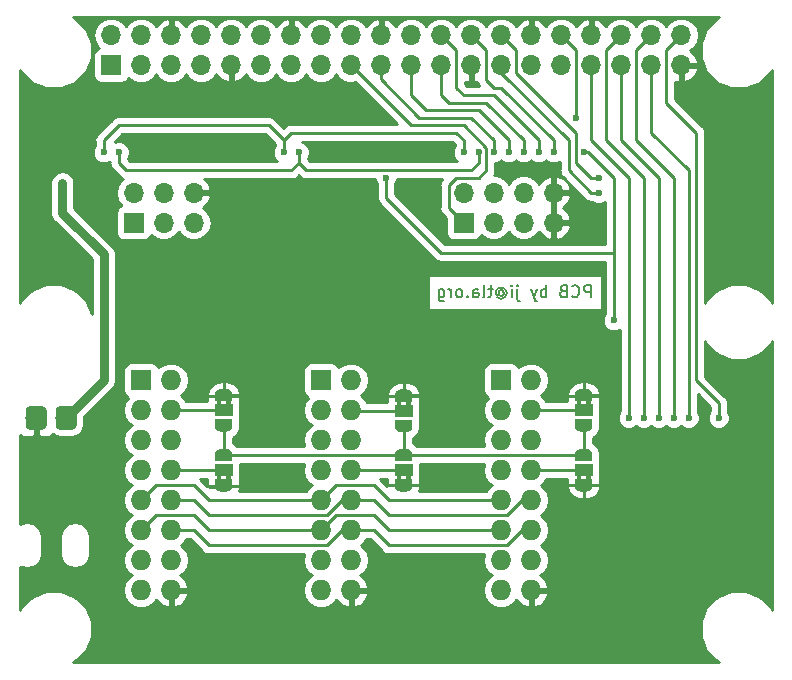
<source format=gbr>
G04 #@! TF.GenerationSoftware,KiCad,Pcbnew,5.0.2-bee76a0~70~ubuntu18.04.1*
G04 #@! TF.CreationDate,2019-04-09T16:07:38-04:00*
G04 #@! TF.ProjectId,rpi-rgb-led-matrix-nonhat,7270692d-7267-4622-9d6c-65642d6d6174,1.2*
G04 #@! TF.SameCoordinates,Original*
G04 #@! TF.FileFunction,Copper,L2,Bot*
G04 #@! TF.FilePolarity,Positive*
%FSLAX46Y46*%
G04 Gerber Fmt 4.6, Leading zero omitted, Abs format (unit mm)*
G04 Created by KiCad (PCBNEW 5.0.2-bee76a0~70~ubuntu18.04.1) date Tue 09 Apr 2019 16:07:38 EDT*
%MOMM*%
%LPD*%
G01*
G04 APERTURE LIST*
G04 #@! TA.AperFunction,NonConductor*
%ADD10C,0.150000*%
G04 #@! TD*
G04 #@! TA.AperFunction,ComponentPad*
%ADD11R,1.727200X1.727200*%
G04 #@! TD*
G04 #@! TA.AperFunction,ComponentPad*
%ADD12O,1.727200X1.727200*%
G04 #@! TD*
G04 #@! TA.AperFunction,ComponentPad*
%ADD13O,1.700000X1.700000*%
G04 #@! TD*
G04 #@! TA.AperFunction,ComponentPad*
%ADD14R,1.700000X1.700000*%
G04 #@! TD*
G04 #@! TA.AperFunction,SMDPad,CuDef*
%ADD15C,0.500000*%
G04 #@! TD*
G04 #@! TA.AperFunction,Conductor*
%ADD16C,0.100000*%
G04 #@! TD*
G04 #@! TA.AperFunction,SMDPad,CuDef*
%ADD17R,1.500000X1.000000*%
G04 #@! TD*
G04 #@! TA.AperFunction,ComponentPad*
%ADD18C,1.800000*%
G04 #@! TD*
G04 #@! TA.AperFunction,ViaPad*
%ADD19C,0.600000*%
G04 #@! TD*
G04 #@! TA.AperFunction,Conductor*
%ADD20C,0.250000*%
G04 #@! TD*
G04 #@! TA.AperFunction,Conductor*
%ADD21C,0.750000*%
G04 #@! TD*
G04 #@! TA.AperFunction,Conductor*
%ADD22C,0.254000*%
G04 #@! TD*
G04 APERTURE END LIST*
D10*
X40591571Y-19629380D02*
X40591571Y-18629380D01*
X40210619Y-18629380D01*
X40115380Y-18677000D01*
X40067761Y-18724619D01*
X40020142Y-18819857D01*
X40020142Y-18962714D01*
X40067761Y-19057952D01*
X40115380Y-19105571D01*
X40210619Y-19153190D01*
X40591571Y-19153190D01*
X39020142Y-19534142D02*
X39067761Y-19581761D01*
X39210619Y-19629380D01*
X39305857Y-19629380D01*
X39448714Y-19581761D01*
X39543952Y-19486523D01*
X39591571Y-19391285D01*
X39639190Y-19200809D01*
X39639190Y-19057952D01*
X39591571Y-18867476D01*
X39543952Y-18772238D01*
X39448714Y-18677000D01*
X39305857Y-18629380D01*
X39210619Y-18629380D01*
X39067761Y-18677000D01*
X39020142Y-18724619D01*
X38258238Y-19105571D02*
X38115380Y-19153190D01*
X38067761Y-19200809D01*
X38020142Y-19296047D01*
X38020142Y-19438904D01*
X38067761Y-19534142D01*
X38115380Y-19581761D01*
X38210619Y-19629380D01*
X38591571Y-19629380D01*
X38591571Y-18629380D01*
X38258238Y-18629380D01*
X38163000Y-18677000D01*
X38115380Y-18724619D01*
X38067761Y-18819857D01*
X38067761Y-18915095D01*
X38115380Y-19010333D01*
X38163000Y-19057952D01*
X38258238Y-19105571D01*
X38591571Y-19105571D01*
X36829666Y-19629380D02*
X36829666Y-18629380D01*
X36829666Y-19010333D02*
X36734428Y-18962714D01*
X36543952Y-18962714D01*
X36448714Y-19010333D01*
X36401095Y-19057952D01*
X36353476Y-19153190D01*
X36353476Y-19438904D01*
X36401095Y-19534142D01*
X36448714Y-19581761D01*
X36543952Y-19629380D01*
X36734428Y-19629380D01*
X36829666Y-19581761D01*
X36020142Y-18962714D02*
X35782047Y-19629380D01*
X35543952Y-18962714D02*
X35782047Y-19629380D01*
X35877285Y-19867476D01*
X35924904Y-19915095D01*
X36020142Y-19962714D01*
X34401095Y-18962714D02*
X34401095Y-19819857D01*
X34448714Y-19915095D01*
X34543952Y-19962714D01*
X34591571Y-19962714D01*
X34401095Y-18629380D02*
X34448714Y-18677000D01*
X34401095Y-18724619D01*
X34353476Y-18677000D01*
X34401095Y-18629380D01*
X34401095Y-18724619D01*
X33924904Y-19629380D02*
X33924904Y-18962714D01*
X33924904Y-18629380D02*
X33972523Y-18677000D01*
X33924904Y-18724619D01*
X33877285Y-18677000D01*
X33924904Y-18629380D01*
X33924904Y-18724619D01*
X32829666Y-19153190D02*
X32877285Y-19105571D01*
X32972523Y-19057952D01*
X33067761Y-19057952D01*
X33163000Y-19105571D01*
X33210619Y-19153190D01*
X33258238Y-19248428D01*
X33258238Y-19343666D01*
X33210619Y-19438904D01*
X33163000Y-19486523D01*
X33067761Y-19534142D01*
X32972523Y-19534142D01*
X32877285Y-19486523D01*
X32829666Y-19438904D01*
X32829666Y-19057952D02*
X32829666Y-19438904D01*
X32782047Y-19486523D01*
X32734428Y-19486523D01*
X32639190Y-19438904D01*
X32591571Y-19343666D01*
X32591571Y-19105571D01*
X32686809Y-18962714D01*
X32829666Y-18867476D01*
X33020142Y-18819857D01*
X33210619Y-18867476D01*
X33353476Y-18962714D01*
X33448714Y-19105571D01*
X33496333Y-19296047D01*
X33448714Y-19486523D01*
X33353476Y-19629380D01*
X33210619Y-19724619D01*
X33020142Y-19772238D01*
X32829666Y-19724619D01*
X32686809Y-19629380D01*
X32305857Y-18962714D02*
X31924904Y-18962714D01*
X32163000Y-18629380D02*
X32163000Y-19486523D01*
X32115380Y-19581761D01*
X32020142Y-19629380D01*
X31924904Y-19629380D01*
X31448714Y-19629380D02*
X31543952Y-19581761D01*
X31591571Y-19486523D01*
X31591571Y-18629380D01*
X30639190Y-19629380D02*
X30639190Y-19105571D01*
X30686809Y-19010333D01*
X30782047Y-18962714D01*
X30972523Y-18962714D01*
X31067761Y-19010333D01*
X30639190Y-19581761D02*
X30734428Y-19629380D01*
X30972523Y-19629380D01*
X31067761Y-19581761D01*
X31115380Y-19486523D01*
X31115380Y-19391285D01*
X31067761Y-19296047D01*
X30972523Y-19248428D01*
X30734428Y-19248428D01*
X30639190Y-19200809D01*
X30163000Y-19534142D02*
X30115380Y-19581761D01*
X30163000Y-19629380D01*
X30210619Y-19581761D01*
X30163000Y-19534142D01*
X30163000Y-19629380D01*
X29543952Y-19629380D02*
X29639190Y-19581761D01*
X29686809Y-19534142D01*
X29734428Y-19438904D01*
X29734428Y-19153190D01*
X29686809Y-19057952D01*
X29639190Y-19010333D01*
X29543952Y-18962714D01*
X29401095Y-18962714D01*
X29305857Y-19010333D01*
X29258238Y-19057952D01*
X29210619Y-19153190D01*
X29210619Y-19438904D01*
X29258238Y-19534142D01*
X29305857Y-19581761D01*
X29401095Y-19629380D01*
X29543952Y-19629380D01*
X28782047Y-19629380D02*
X28782047Y-18962714D01*
X28782047Y-19153190D02*
X28734428Y-19057952D01*
X28686809Y-19010333D01*
X28591571Y-18962714D01*
X28496333Y-18962714D01*
X27734428Y-18962714D02*
X27734428Y-19772238D01*
X27782047Y-19867476D01*
X27829666Y-19915095D01*
X27924904Y-19962714D01*
X28067761Y-19962714D01*
X28163000Y-19915095D01*
X27734428Y-19581761D02*
X27829666Y-19629380D01*
X28020142Y-19629380D01*
X28115380Y-19581761D01*
X28163000Y-19534142D01*
X28210619Y-19438904D01*
X28210619Y-19153190D01*
X28163000Y-19057952D01*
X28115380Y-19010333D01*
X28020142Y-18962714D01*
X27829666Y-18962714D01*
X27734428Y-19010333D01*
D11*
G04 #@! TO.P,J6,1*
G04 #@! TO.N,/R1_3_R*
X33020000Y-26670000D03*
D12*
G04 #@! TO.P,J6,2*
G04 #@! TO.N,/G1_3_R*
X35560000Y-26670000D03*
G04 #@! TO.P,J6,3*
G04 #@! TO.N,/B1_3_R*
X33020000Y-29210000D03*
G04 #@! TO.P,J6,4*
G04 #@! TO.N,Net-(J6-Pad4)*
X35560000Y-29210000D03*
G04 #@! TO.P,J6,5*
G04 #@! TO.N,/R2_3_R*
X33020000Y-31750000D03*
G04 #@! TO.P,J6,6*
G04 #@! TO.N,/G2_3_R*
X35560000Y-31750000D03*
G04 #@! TO.P,J6,7*
G04 #@! TO.N,/B2_3_R*
X33020000Y-34290000D03*
G04 #@! TO.P,J6,8*
G04 #@! TO.N,Net-(J6-Pad8)*
X35560000Y-34290000D03*
G04 #@! TO.P,J6,9*
G04 #@! TO.N,/A_R*
X33020000Y-36830000D03*
G04 #@! TO.P,J6,10*
G04 #@! TO.N,/B_R*
X35560000Y-36830000D03*
G04 #@! TO.P,J6,11*
G04 #@! TO.N,/C_R*
X33020000Y-39370000D03*
G04 #@! TO.P,J6,12*
G04 #@! TO.N,/D_R*
X35560000Y-39370000D03*
G04 #@! TO.P,J6,13*
G04 #@! TO.N,/CLK_3_R*
X33020000Y-41910000D03*
G04 #@! TO.P,J6,14*
G04 #@! TO.N,/STROBE_3_R*
X35560000Y-41910000D03*
G04 #@! TO.P,J6,15*
G04 #@! TO.N,/~OE_3_R*
X33020000Y-44450000D03*
G04 #@! TO.P,J6,16*
G04 #@! TO.N,GND*
X35560000Y-44450000D03*
G04 #@! TD*
D11*
G04 #@! TO.P,J4,1*
G04 #@! TO.N,/R1_1_R*
X17780000Y-26670000D03*
D12*
G04 #@! TO.P,J4,2*
G04 #@! TO.N,/G1_1_R*
X20320000Y-26670000D03*
G04 #@! TO.P,J4,3*
G04 #@! TO.N,/B1_1_R*
X17780000Y-29210000D03*
G04 #@! TO.P,J4,4*
G04 #@! TO.N,Net-(J4-Pad4)*
X20320000Y-29210000D03*
G04 #@! TO.P,J4,5*
G04 #@! TO.N,/R2_1_R*
X17780000Y-31750000D03*
G04 #@! TO.P,J4,6*
G04 #@! TO.N,/G2_1_R*
X20320000Y-31750000D03*
G04 #@! TO.P,J4,7*
G04 #@! TO.N,/B2_1_R*
X17780000Y-34290000D03*
G04 #@! TO.P,J4,8*
G04 #@! TO.N,Net-(J4-Pad8)*
X20320000Y-34290000D03*
G04 #@! TO.P,J4,9*
G04 #@! TO.N,/A_R*
X17780000Y-36830000D03*
G04 #@! TO.P,J4,10*
G04 #@! TO.N,/B_R*
X20320000Y-36830000D03*
G04 #@! TO.P,J4,11*
G04 #@! TO.N,/C_R*
X17780000Y-39370000D03*
G04 #@! TO.P,J4,12*
G04 #@! TO.N,/D_R*
X20320000Y-39370000D03*
G04 #@! TO.P,J4,13*
G04 #@! TO.N,/CLK_1_R*
X17780000Y-41910000D03*
G04 #@! TO.P,J4,14*
G04 #@! TO.N,/STROBE_1_R*
X20320000Y-41910000D03*
G04 #@! TO.P,J4,15*
G04 #@! TO.N,/~OE_1_R*
X17780000Y-44450000D03*
G04 #@! TO.P,J4,16*
G04 #@! TO.N,GND*
X20320000Y-44450000D03*
G04 #@! TD*
D11*
G04 #@! TO.P,J5,1*
G04 #@! TO.N,/R1_2_R*
X2540000Y-26670000D03*
D12*
G04 #@! TO.P,J5,2*
G04 #@! TO.N,/G1_2_R*
X5080000Y-26670000D03*
G04 #@! TO.P,J5,3*
G04 #@! TO.N,/B1_2_R*
X2540000Y-29210000D03*
G04 #@! TO.P,J5,4*
G04 #@! TO.N,Net-(J5-Pad4)*
X5080000Y-29210000D03*
G04 #@! TO.P,J5,5*
G04 #@! TO.N,/R2_2_R*
X2540000Y-31750000D03*
G04 #@! TO.P,J5,6*
G04 #@! TO.N,/G2_2_R*
X5080000Y-31750000D03*
G04 #@! TO.P,J5,7*
G04 #@! TO.N,/B2_2_R*
X2540000Y-34290000D03*
G04 #@! TO.P,J5,8*
G04 #@! TO.N,Net-(J5-Pad8)*
X5080000Y-34290000D03*
G04 #@! TO.P,J5,9*
G04 #@! TO.N,/A_R*
X2540000Y-36830000D03*
G04 #@! TO.P,J5,10*
G04 #@! TO.N,/B_R*
X5080000Y-36830000D03*
G04 #@! TO.P,J5,11*
G04 #@! TO.N,/C_R*
X2540000Y-39370000D03*
G04 #@! TO.P,J5,12*
G04 #@! TO.N,/D_R*
X5080000Y-39370000D03*
G04 #@! TO.P,J5,13*
G04 #@! TO.N,/CLK_2_R*
X2540000Y-41910000D03*
G04 #@! TO.P,J5,14*
G04 #@! TO.N,/STROBE_2_R*
X5080000Y-41910000D03*
G04 #@! TO.P,J5,15*
G04 #@! TO.N,/~OE_2_R*
X2540000Y-44450000D03*
G04 #@! TO.P,J5,16*
G04 #@! TO.N,GND*
X5080000Y-44450000D03*
G04 #@! TD*
D13*
G04 #@! TO.P,P1,40*
G04 #@! TO.N,/STROBE*
X48260000Y2540000D03*
G04 #@! TO.P,P1,39*
G04 #@! TO.N,GND*
X48260000Y0D03*
G04 #@! TO.P,P1,38*
G04 #@! TO.N,/C*
X45720000Y2540000D03*
G04 #@! TO.P,P1,37*
G04 #@! TO.N,/D*
X45720000Y0D03*
G04 #@! TO.P,P1,36*
G04 #@! TO.N,/A*
X43180000Y2540000D03*
G04 #@! TO.P,P1,35*
G04 #@! TO.N,/B*
X43180000Y0D03*
G04 #@! TO.P,P1,34*
G04 #@! TO.N,GND*
X40640000Y2540000D03*
G04 #@! TO.P,P1,33*
G04 #@! TO.N,/E*
X40640000Y0D03*
G04 #@! TO.P,P1,32*
G04 #@! TO.N,/G2_3*
X38100000Y2540000D03*
G04 #@! TO.P,P1,31*
G04 #@! TO.N,/G2_1*
X38100000Y0D03*
G04 #@! TO.P,P1,30*
G04 #@! TO.N,GND*
X35560000Y2540000D03*
G04 #@! TO.P,P1,29*
G04 #@! TO.N,/G1_1*
X35560000Y0D03*
G04 #@! TO.P,P1,28*
G04 #@! TO.N,/ID_SC*
X33020000Y2540000D03*
G04 #@! TO.P,P1,27*
G04 #@! TO.N,/ID_SD*
X33020000Y0D03*
G04 #@! TO.P,P1,26*
G04 #@! TO.N,/G1_3*
X30480000Y2540000D03*
G04 #@! TO.P,P1,25*
G04 #@! TO.N,GND*
X30480000Y0D03*
G04 #@! TO.P,P1,24*
G04 #@! TO.N,/P_CE0*
X27940000Y2540000D03*
G04 #@! TO.P,P1,23*
G04 #@! TO.N,/B1_3*
X27940000Y0D03*
G04 #@! TO.P,P1,22*
G04 #@! TO.N,/R1_1*
X25400000Y2540000D03*
G04 #@! TO.P,P1,21*
G04 #@! TO.N,/P_MISO*
X25400000Y0D03*
G04 #@! TO.P,P1,20*
G04 #@! TO.N,GND*
X22860000Y2540000D03*
G04 #@! TO.P,P1,19*
G04 #@! TO.N,/B2_3*
X22860000Y0D03*
G04 #@! TO.P,P1,18*
G04 #@! TO.N,/B1_1*
X20320000Y2540000D03*
G04 #@! TO.P,P1,17*
G04 #@! TO.N,+3V3*
X20320000Y0D03*
G04 #@! TO.P,P1,16*
G04 #@! TO.N,/B2_1*
X17780000Y2540000D03*
G04 #@! TO.P,P1,15*
G04 #@! TO.N,/R2_1*
X17780000Y0D03*
G04 #@! TO.P,P1,14*
G04 #@! TO.N,GND*
X15240000Y2540000D03*
G04 #@! TO.P,P1,13*
G04 #@! TO.N,/CLK*
X15240000Y0D03*
G04 #@! TO.P,P1,12*
G04 #@! TO.N,/~OE*
X12700000Y2540000D03*
G04 #@! TO.P,P1,11*
G04 #@! TO.N,/G2_2*
X12700000Y0D03*
G04 #@! TO.P,P1,10*
G04 #@! TO.N,/G1_2*
X10160000Y2540000D03*
G04 #@! TO.P,P1,9*
G04 #@! TO.N,GND*
X10160000Y0D03*
G04 #@! TO.P,P1,8*
G04 #@! TO.N,/B1_2*
X7620000Y2540000D03*
G04 #@! TO.P,P1,7*
G04 #@! TO.N,/R1_2*
X7620000Y0D03*
G04 #@! TO.P,P1,6*
G04 #@! TO.N,GND*
X5080000Y2540000D03*
G04 #@! TO.P,P1,5*
G04 #@! TO.N,/P_SCL*
X5080000Y0D03*
G04 #@! TO.P,P1,4*
G04 #@! TO.N,+5V*
X2540000Y2540000D03*
G04 #@! TO.P,P1,3*
G04 #@! TO.N,/B2_2*
X2540000Y0D03*
G04 #@! TO.P,P1,2*
G04 #@! TO.N,+5V*
X0Y2540000D03*
D14*
G04 #@! TO.P,P1,1*
G04 #@! TO.N,+3V3*
X0Y0D03*
G04 #@! TD*
D15*
G04 #@! TO.P,JP3,1*
G04 #@! TO.N,GND*
X24765000Y-27940000D03*
D16*
G04 #@! TD*
G04 #@! TO.N,GND*
G04 #@! TO.C,JP3*
G36*
X25365000Y-28490000D02*
X25365000Y-28840000D01*
X24965000Y-28840000D01*
X24965000Y-28490000D01*
X24565000Y-28490000D01*
X24565000Y-28840000D01*
X24165000Y-28840000D01*
X24165000Y-28490000D01*
X24015000Y-28490000D01*
X24015000Y-27940000D01*
X24015602Y-27940000D01*
X24015602Y-27915466D01*
X24020412Y-27866635D01*
X24029984Y-27818510D01*
X24044228Y-27771555D01*
X24063005Y-27726222D01*
X24086136Y-27682949D01*
X24113396Y-27642150D01*
X24144524Y-27604221D01*
X24179221Y-27569524D01*
X24217150Y-27538396D01*
X24257949Y-27511136D01*
X24301222Y-27488005D01*
X24346555Y-27469228D01*
X24393510Y-27454984D01*
X24441635Y-27445412D01*
X24490466Y-27440602D01*
X24515000Y-27440602D01*
X24515000Y-27440000D01*
X25015000Y-27440000D01*
X25015000Y-27440602D01*
X25039534Y-27440602D01*
X25088365Y-27445412D01*
X25136490Y-27454984D01*
X25183445Y-27469228D01*
X25228778Y-27488005D01*
X25272051Y-27511136D01*
X25312850Y-27538396D01*
X25350779Y-27569524D01*
X25385476Y-27604221D01*
X25416604Y-27642150D01*
X25443864Y-27682949D01*
X25466995Y-27726222D01*
X25485772Y-27771555D01*
X25500016Y-27818510D01*
X25509588Y-27866635D01*
X25514398Y-27915466D01*
X25514398Y-27940000D01*
X25515000Y-27940000D01*
X25515000Y-28490000D01*
X25365000Y-28490000D01*
X25365000Y-28490000D01*
G37*
D15*
G04 #@! TO.P,JP3,3*
G04 #@! TO.N,/E_R*
X24765000Y-30540000D03*
D16*
G04 #@! TD*
G04 #@! TO.N,/E_R*
G04 #@! TO.C,JP3*
G36*
X25514398Y-30540000D02*
X25514398Y-30564534D01*
X25509588Y-30613365D01*
X25500016Y-30661490D01*
X25485772Y-30708445D01*
X25466995Y-30753778D01*
X25443864Y-30797051D01*
X25416604Y-30837850D01*
X25385476Y-30875779D01*
X25350779Y-30910476D01*
X25312850Y-30941604D01*
X25272051Y-30968864D01*
X25228778Y-30991995D01*
X25183445Y-31010772D01*
X25136490Y-31025016D01*
X25088365Y-31034588D01*
X25039534Y-31039398D01*
X25015000Y-31039398D01*
X25015000Y-31040000D01*
X24515000Y-31040000D01*
X24515000Y-31039398D01*
X24490466Y-31039398D01*
X24441635Y-31034588D01*
X24393510Y-31025016D01*
X24346555Y-31010772D01*
X24301222Y-30991995D01*
X24257949Y-30968864D01*
X24217150Y-30941604D01*
X24179221Y-30910476D01*
X24144524Y-30875779D01*
X24113396Y-30837850D01*
X24086136Y-30797051D01*
X24063005Y-30753778D01*
X24044228Y-30708445D01*
X24029984Y-30661490D01*
X24020412Y-30613365D01*
X24015602Y-30564534D01*
X24015602Y-30540000D01*
X24015000Y-30540000D01*
X24015000Y-29990000D01*
X25515000Y-29990000D01*
X25515000Y-30540000D01*
X25514398Y-30540000D01*
X25514398Y-30540000D01*
G37*
D17*
G04 #@! TO.P,JP3,2*
G04 #@! TO.N,Net-(J4-Pad4)*
X24765000Y-29240000D03*
G04 #@! TD*
D15*
G04 #@! TO.P,JP4,1*
G04 #@! TO.N,GND*
X24765000Y-35590000D03*
D16*
G04 #@! TD*
G04 #@! TO.N,GND*
G04 #@! TO.C,JP4*
G36*
X24165000Y-35040000D02*
X24165000Y-34690000D01*
X24565000Y-34690000D01*
X24565000Y-35040000D01*
X24965000Y-35040000D01*
X24965000Y-34690000D01*
X25365000Y-34690000D01*
X25365000Y-35040000D01*
X25515000Y-35040000D01*
X25515000Y-35590000D01*
X25514398Y-35590000D01*
X25514398Y-35614534D01*
X25509588Y-35663365D01*
X25500016Y-35711490D01*
X25485772Y-35758445D01*
X25466995Y-35803778D01*
X25443864Y-35847051D01*
X25416604Y-35887850D01*
X25385476Y-35925779D01*
X25350779Y-35960476D01*
X25312850Y-35991604D01*
X25272051Y-36018864D01*
X25228778Y-36041995D01*
X25183445Y-36060772D01*
X25136490Y-36075016D01*
X25088365Y-36084588D01*
X25039534Y-36089398D01*
X25015000Y-36089398D01*
X25015000Y-36090000D01*
X24515000Y-36090000D01*
X24515000Y-36089398D01*
X24490466Y-36089398D01*
X24441635Y-36084588D01*
X24393510Y-36075016D01*
X24346555Y-36060772D01*
X24301222Y-36041995D01*
X24257949Y-36018864D01*
X24217150Y-35991604D01*
X24179221Y-35960476D01*
X24144524Y-35925779D01*
X24113396Y-35887850D01*
X24086136Y-35847051D01*
X24063005Y-35803778D01*
X24044228Y-35758445D01*
X24029984Y-35711490D01*
X24020412Y-35663365D01*
X24015602Y-35614534D01*
X24015602Y-35590000D01*
X24015000Y-35590000D01*
X24015000Y-35040000D01*
X24165000Y-35040000D01*
X24165000Y-35040000D01*
G37*
D15*
G04 #@! TO.P,JP4,3*
G04 #@! TO.N,/E_R*
X24765000Y-32990000D03*
D16*
G04 #@! TD*
G04 #@! TO.N,/E_R*
G04 #@! TO.C,JP4*
G36*
X24015602Y-32990000D02*
X24015602Y-32965466D01*
X24020412Y-32916635D01*
X24029984Y-32868510D01*
X24044228Y-32821555D01*
X24063005Y-32776222D01*
X24086136Y-32732949D01*
X24113396Y-32692150D01*
X24144524Y-32654221D01*
X24179221Y-32619524D01*
X24217150Y-32588396D01*
X24257949Y-32561136D01*
X24301222Y-32538005D01*
X24346555Y-32519228D01*
X24393510Y-32504984D01*
X24441635Y-32495412D01*
X24490466Y-32490602D01*
X24515000Y-32490602D01*
X24515000Y-32490000D01*
X25015000Y-32490000D01*
X25015000Y-32490602D01*
X25039534Y-32490602D01*
X25088365Y-32495412D01*
X25136490Y-32504984D01*
X25183445Y-32519228D01*
X25228778Y-32538005D01*
X25272051Y-32561136D01*
X25312850Y-32588396D01*
X25350779Y-32619524D01*
X25385476Y-32654221D01*
X25416604Y-32692150D01*
X25443864Y-32732949D01*
X25466995Y-32776222D01*
X25485772Y-32821555D01*
X25500016Y-32868510D01*
X25509588Y-32916635D01*
X25514398Y-32965466D01*
X25514398Y-32990000D01*
X25515000Y-32990000D01*
X25515000Y-33540000D01*
X24015000Y-33540000D01*
X24015000Y-32990000D01*
X24015602Y-32990000D01*
X24015602Y-32990000D01*
G37*
D17*
G04 #@! TO.P,JP4,2*
G04 #@! TO.N,Net-(J4-Pad8)*
X24765000Y-34290000D03*
G04 #@! TD*
D15*
G04 #@! TO.P,JP5,1*
G04 #@! TO.N,GND*
X9525000Y-27910000D03*
D16*
G04 #@! TD*
G04 #@! TO.N,GND*
G04 #@! TO.C,JP5*
G36*
X10125000Y-28460000D02*
X10125000Y-28810000D01*
X9725000Y-28810000D01*
X9725000Y-28460000D01*
X9325000Y-28460000D01*
X9325000Y-28810000D01*
X8925000Y-28810000D01*
X8925000Y-28460000D01*
X8775000Y-28460000D01*
X8775000Y-27910000D01*
X8775602Y-27910000D01*
X8775602Y-27885466D01*
X8780412Y-27836635D01*
X8789984Y-27788510D01*
X8804228Y-27741555D01*
X8823005Y-27696222D01*
X8846136Y-27652949D01*
X8873396Y-27612150D01*
X8904524Y-27574221D01*
X8939221Y-27539524D01*
X8977150Y-27508396D01*
X9017949Y-27481136D01*
X9061222Y-27458005D01*
X9106555Y-27439228D01*
X9153510Y-27424984D01*
X9201635Y-27415412D01*
X9250466Y-27410602D01*
X9275000Y-27410602D01*
X9275000Y-27410000D01*
X9775000Y-27410000D01*
X9775000Y-27410602D01*
X9799534Y-27410602D01*
X9848365Y-27415412D01*
X9896490Y-27424984D01*
X9943445Y-27439228D01*
X9988778Y-27458005D01*
X10032051Y-27481136D01*
X10072850Y-27508396D01*
X10110779Y-27539524D01*
X10145476Y-27574221D01*
X10176604Y-27612150D01*
X10203864Y-27652949D01*
X10226995Y-27696222D01*
X10245772Y-27741555D01*
X10260016Y-27788510D01*
X10269588Y-27836635D01*
X10274398Y-27885466D01*
X10274398Y-27910000D01*
X10275000Y-27910000D01*
X10275000Y-28460000D01*
X10125000Y-28460000D01*
X10125000Y-28460000D01*
G37*
D15*
G04 #@! TO.P,JP5,3*
G04 #@! TO.N,/E_R*
X9525000Y-30510000D03*
D16*
G04 #@! TD*
G04 #@! TO.N,/E_R*
G04 #@! TO.C,JP5*
G36*
X10274398Y-30510000D02*
X10274398Y-30534534D01*
X10269588Y-30583365D01*
X10260016Y-30631490D01*
X10245772Y-30678445D01*
X10226995Y-30723778D01*
X10203864Y-30767051D01*
X10176604Y-30807850D01*
X10145476Y-30845779D01*
X10110779Y-30880476D01*
X10072850Y-30911604D01*
X10032051Y-30938864D01*
X9988778Y-30961995D01*
X9943445Y-30980772D01*
X9896490Y-30995016D01*
X9848365Y-31004588D01*
X9799534Y-31009398D01*
X9775000Y-31009398D01*
X9775000Y-31010000D01*
X9275000Y-31010000D01*
X9275000Y-31009398D01*
X9250466Y-31009398D01*
X9201635Y-31004588D01*
X9153510Y-30995016D01*
X9106555Y-30980772D01*
X9061222Y-30961995D01*
X9017949Y-30938864D01*
X8977150Y-30911604D01*
X8939221Y-30880476D01*
X8904524Y-30845779D01*
X8873396Y-30807850D01*
X8846136Y-30767051D01*
X8823005Y-30723778D01*
X8804228Y-30678445D01*
X8789984Y-30631490D01*
X8780412Y-30583365D01*
X8775602Y-30534534D01*
X8775602Y-30510000D01*
X8775000Y-30510000D01*
X8775000Y-29960000D01*
X10275000Y-29960000D01*
X10275000Y-30510000D01*
X10274398Y-30510000D01*
X10274398Y-30510000D01*
G37*
D17*
G04 #@! TO.P,JP5,2*
G04 #@! TO.N,Net-(J5-Pad4)*
X9525000Y-29210000D03*
G04 #@! TD*
D15*
G04 #@! TO.P,JP6,1*
G04 #@! TO.N,GND*
X9525000Y-35590000D03*
D16*
G04 #@! TD*
G04 #@! TO.N,GND*
G04 #@! TO.C,JP6*
G36*
X8925000Y-35040000D02*
X8925000Y-34690000D01*
X9325000Y-34690000D01*
X9325000Y-35040000D01*
X9725000Y-35040000D01*
X9725000Y-34690000D01*
X10125000Y-34690000D01*
X10125000Y-35040000D01*
X10275000Y-35040000D01*
X10275000Y-35590000D01*
X10274398Y-35590000D01*
X10274398Y-35614534D01*
X10269588Y-35663365D01*
X10260016Y-35711490D01*
X10245772Y-35758445D01*
X10226995Y-35803778D01*
X10203864Y-35847051D01*
X10176604Y-35887850D01*
X10145476Y-35925779D01*
X10110779Y-35960476D01*
X10072850Y-35991604D01*
X10032051Y-36018864D01*
X9988778Y-36041995D01*
X9943445Y-36060772D01*
X9896490Y-36075016D01*
X9848365Y-36084588D01*
X9799534Y-36089398D01*
X9775000Y-36089398D01*
X9775000Y-36090000D01*
X9275000Y-36090000D01*
X9275000Y-36089398D01*
X9250466Y-36089398D01*
X9201635Y-36084588D01*
X9153510Y-36075016D01*
X9106555Y-36060772D01*
X9061222Y-36041995D01*
X9017949Y-36018864D01*
X8977150Y-35991604D01*
X8939221Y-35960476D01*
X8904524Y-35925779D01*
X8873396Y-35887850D01*
X8846136Y-35847051D01*
X8823005Y-35803778D01*
X8804228Y-35758445D01*
X8789984Y-35711490D01*
X8780412Y-35663365D01*
X8775602Y-35614534D01*
X8775602Y-35590000D01*
X8775000Y-35590000D01*
X8775000Y-35040000D01*
X8925000Y-35040000D01*
X8925000Y-35040000D01*
G37*
D15*
G04 #@! TO.P,JP6,3*
G04 #@! TO.N,/E_R*
X9525000Y-32990000D03*
D16*
G04 #@! TD*
G04 #@! TO.N,/E_R*
G04 #@! TO.C,JP6*
G36*
X8775602Y-32990000D02*
X8775602Y-32965466D01*
X8780412Y-32916635D01*
X8789984Y-32868510D01*
X8804228Y-32821555D01*
X8823005Y-32776222D01*
X8846136Y-32732949D01*
X8873396Y-32692150D01*
X8904524Y-32654221D01*
X8939221Y-32619524D01*
X8977150Y-32588396D01*
X9017949Y-32561136D01*
X9061222Y-32538005D01*
X9106555Y-32519228D01*
X9153510Y-32504984D01*
X9201635Y-32495412D01*
X9250466Y-32490602D01*
X9275000Y-32490602D01*
X9275000Y-32490000D01*
X9775000Y-32490000D01*
X9775000Y-32490602D01*
X9799534Y-32490602D01*
X9848365Y-32495412D01*
X9896490Y-32504984D01*
X9943445Y-32519228D01*
X9988778Y-32538005D01*
X10032051Y-32561136D01*
X10072850Y-32588396D01*
X10110779Y-32619524D01*
X10145476Y-32654221D01*
X10176604Y-32692150D01*
X10203864Y-32732949D01*
X10226995Y-32776222D01*
X10245772Y-32821555D01*
X10260016Y-32868510D01*
X10269588Y-32916635D01*
X10274398Y-32965466D01*
X10274398Y-32990000D01*
X10275000Y-32990000D01*
X10275000Y-33540000D01*
X8775000Y-33540000D01*
X8775000Y-32990000D01*
X8775602Y-32990000D01*
X8775602Y-32990000D01*
G37*
D17*
G04 #@! TO.P,JP6,2*
G04 #@! TO.N,Net-(J5-Pad8)*
X9525000Y-34290000D03*
G04 #@! TD*
D15*
G04 #@! TO.P,JP7,1*
G04 #@! TO.N,GND*
X40005000Y-27910000D03*
D16*
G04 #@! TD*
G04 #@! TO.N,GND*
G04 #@! TO.C,JP7*
G36*
X40605000Y-28460000D02*
X40605000Y-28810000D01*
X40205000Y-28810000D01*
X40205000Y-28460000D01*
X39805000Y-28460000D01*
X39805000Y-28810000D01*
X39405000Y-28810000D01*
X39405000Y-28460000D01*
X39255000Y-28460000D01*
X39255000Y-27910000D01*
X39255602Y-27910000D01*
X39255602Y-27885466D01*
X39260412Y-27836635D01*
X39269984Y-27788510D01*
X39284228Y-27741555D01*
X39303005Y-27696222D01*
X39326136Y-27652949D01*
X39353396Y-27612150D01*
X39384524Y-27574221D01*
X39419221Y-27539524D01*
X39457150Y-27508396D01*
X39497949Y-27481136D01*
X39541222Y-27458005D01*
X39586555Y-27439228D01*
X39633510Y-27424984D01*
X39681635Y-27415412D01*
X39730466Y-27410602D01*
X39755000Y-27410602D01*
X39755000Y-27410000D01*
X40255000Y-27410000D01*
X40255000Y-27410602D01*
X40279534Y-27410602D01*
X40328365Y-27415412D01*
X40376490Y-27424984D01*
X40423445Y-27439228D01*
X40468778Y-27458005D01*
X40512051Y-27481136D01*
X40552850Y-27508396D01*
X40590779Y-27539524D01*
X40625476Y-27574221D01*
X40656604Y-27612150D01*
X40683864Y-27652949D01*
X40706995Y-27696222D01*
X40725772Y-27741555D01*
X40740016Y-27788510D01*
X40749588Y-27836635D01*
X40754398Y-27885466D01*
X40754398Y-27910000D01*
X40755000Y-27910000D01*
X40755000Y-28460000D01*
X40605000Y-28460000D01*
X40605000Y-28460000D01*
G37*
D15*
G04 #@! TO.P,JP7,3*
G04 #@! TO.N,/E_R*
X40005000Y-30510000D03*
D16*
G04 #@! TD*
G04 #@! TO.N,/E_R*
G04 #@! TO.C,JP7*
G36*
X40754398Y-30510000D02*
X40754398Y-30534534D01*
X40749588Y-30583365D01*
X40740016Y-30631490D01*
X40725772Y-30678445D01*
X40706995Y-30723778D01*
X40683864Y-30767051D01*
X40656604Y-30807850D01*
X40625476Y-30845779D01*
X40590779Y-30880476D01*
X40552850Y-30911604D01*
X40512051Y-30938864D01*
X40468778Y-30961995D01*
X40423445Y-30980772D01*
X40376490Y-30995016D01*
X40328365Y-31004588D01*
X40279534Y-31009398D01*
X40255000Y-31009398D01*
X40255000Y-31010000D01*
X39755000Y-31010000D01*
X39755000Y-31009398D01*
X39730466Y-31009398D01*
X39681635Y-31004588D01*
X39633510Y-30995016D01*
X39586555Y-30980772D01*
X39541222Y-30961995D01*
X39497949Y-30938864D01*
X39457150Y-30911604D01*
X39419221Y-30880476D01*
X39384524Y-30845779D01*
X39353396Y-30807850D01*
X39326136Y-30767051D01*
X39303005Y-30723778D01*
X39284228Y-30678445D01*
X39269984Y-30631490D01*
X39260412Y-30583365D01*
X39255602Y-30534534D01*
X39255602Y-30510000D01*
X39255000Y-30510000D01*
X39255000Y-29960000D01*
X40755000Y-29960000D01*
X40755000Y-30510000D01*
X40754398Y-30510000D01*
X40754398Y-30510000D01*
G37*
D17*
G04 #@! TO.P,JP7,2*
G04 #@! TO.N,Net-(J6-Pad4)*
X40005000Y-29210000D03*
G04 #@! TD*
D15*
G04 #@! TO.P,JP8,1*
G04 #@! TO.N,GND*
X40005000Y-35590000D03*
D16*
G04 #@! TD*
G04 #@! TO.N,GND*
G04 #@! TO.C,JP8*
G36*
X39405000Y-35040000D02*
X39405000Y-34690000D01*
X39805000Y-34690000D01*
X39805000Y-35040000D01*
X40205000Y-35040000D01*
X40205000Y-34690000D01*
X40605000Y-34690000D01*
X40605000Y-35040000D01*
X40755000Y-35040000D01*
X40755000Y-35590000D01*
X40754398Y-35590000D01*
X40754398Y-35614534D01*
X40749588Y-35663365D01*
X40740016Y-35711490D01*
X40725772Y-35758445D01*
X40706995Y-35803778D01*
X40683864Y-35847051D01*
X40656604Y-35887850D01*
X40625476Y-35925779D01*
X40590779Y-35960476D01*
X40552850Y-35991604D01*
X40512051Y-36018864D01*
X40468778Y-36041995D01*
X40423445Y-36060772D01*
X40376490Y-36075016D01*
X40328365Y-36084588D01*
X40279534Y-36089398D01*
X40255000Y-36089398D01*
X40255000Y-36090000D01*
X39755000Y-36090000D01*
X39755000Y-36089398D01*
X39730466Y-36089398D01*
X39681635Y-36084588D01*
X39633510Y-36075016D01*
X39586555Y-36060772D01*
X39541222Y-36041995D01*
X39497949Y-36018864D01*
X39457150Y-35991604D01*
X39419221Y-35960476D01*
X39384524Y-35925779D01*
X39353396Y-35887850D01*
X39326136Y-35847051D01*
X39303005Y-35803778D01*
X39284228Y-35758445D01*
X39269984Y-35711490D01*
X39260412Y-35663365D01*
X39255602Y-35614534D01*
X39255602Y-35590000D01*
X39255000Y-35590000D01*
X39255000Y-35040000D01*
X39405000Y-35040000D01*
X39405000Y-35040000D01*
G37*
D15*
G04 #@! TO.P,JP8,3*
G04 #@! TO.N,/E_R*
X40005000Y-32990000D03*
D16*
G04 #@! TD*
G04 #@! TO.N,/E_R*
G04 #@! TO.C,JP8*
G36*
X39255602Y-32990000D02*
X39255602Y-32965466D01*
X39260412Y-32916635D01*
X39269984Y-32868510D01*
X39284228Y-32821555D01*
X39303005Y-32776222D01*
X39326136Y-32732949D01*
X39353396Y-32692150D01*
X39384524Y-32654221D01*
X39419221Y-32619524D01*
X39457150Y-32588396D01*
X39497949Y-32561136D01*
X39541222Y-32538005D01*
X39586555Y-32519228D01*
X39633510Y-32504984D01*
X39681635Y-32495412D01*
X39730466Y-32490602D01*
X39755000Y-32490602D01*
X39755000Y-32490000D01*
X40255000Y-32490000D01*
X40255000Y-32490602D01*
X40279534Y-32490602D01*
X40328365Y-32495412D01*
X40376490Y-32504984D01*
X40423445Y-32519228D01*
X40468778Y-32538005D01*
X40512051Y-32561136D01*
X40552850Y-32588396D01*
X40590779Y-32619524D01*
X40625476Y-32654221D01*
X40656604Y-32692150D01*
X40683864Y-32732949D01*
X40706995Y-32776222D01*
X40725772Y-32821555D01*
X40740016Y-32868510D01*
X40749588Y-32916635D01*
X40754398Y-32965466D01*
X40754398Y-32990000D01*
X40755000Y-32990000D01*
X40755000Y-33540000D01*
X39255000Y-33540000D01*
X39255000Y-32990000D01*
X39255602Y-32990000D01*
X39255602Y-32990000D01*
G37*
D17*
G04 #@! TO.P,JP8,2*
G04 #@! TO.N,Net-(J6-Pad8)*
X40005000Y-34290000D03*
G04 #@! TD*
D16*
G04 #@! TO.N,GND*
G04 #@! TO.C,J3*
G36*
X-5855892Y-28847167D02*
X-5812209Y-28853647D01*
X-5769372Y-28864377D01*
X-5727792Y-28879254D01*
X-5687871Y-28898135D01*
X-5649993Y-28920839D01*
X-5614523Y-28947145D01*
X-5581802Y-28976802D01*
X-5552145Y-29009523D01*
X-5525839Y-29044993D01*
X-5503135Y-29082871D01*
X-5484254Y-29122792D01*
X-5469377Y-29164372D01*
X-5458647Y-29207209D01*
X-5452167Y-29250892D01*
X-5450000Y-29295000D01*
X-5450000Y-30395000D01*
X-5452167Y-30439108D01*
X-5458647Y-30482791D01*
X-5469377Y-30525628D01*
X-5484254Y-30567208D01*
X-5503135Y-30607129D01*
X-5525839Y-30645007D01*
X-5552145Y-30680477D01*
X-5581802Y-30713198D01*
X-5614523Y-30742855D01*
X-5649993Y-30769161D01*
X-5687871Y-30791865D01*
X-5727792Y-30810746D01*
X-5769372Y-30825623D01*
X-5812209Y-30836353D01*
X-5855892Y-30842833D01*
X-5900000Y-30845000D01*
X-6800000Y-30845000D01*
X-6844108Y-30842833D01*
X-6887791Y-30836353D01*
X-6930628Y-30825623D01*
X-6972208Y-30810746D01*
X-7012129Y-30791865D01*
X-7050007Y-30769161D01*
X-7085477Y-30742855D01*
X-7118198Y-30713198D01*
X-7147855Y-30680477D01*
X-7174161Y-30645007D01*
X-7196865Y-30607129D01*
X-7215746Y-30567208D01*
X-7230623Y-30525628D01*
X-7241353Y-30482791D01*
X-7247833Y-30439108D01*
X-7250000Y-30395000D01*
X-7250000Y-29295000D01*
X-7247833Y-29250892D01*
X-7241353Y-29207209D01*
X-7230623Y-29164372D01*
X-7215746Y-29122792D01*
X-7196865Y-29082871D01*
X-7174161Y-29044993D01*
X-7147855Y-29009523D01*
X-7118198Y-28976802D01*
X-7085477Y-28947145D01*
X-7050007Y-28920839D01*
X-7012129Y-28898135D01*
X-6972208Y-28879254D01*
X-6930628Y-28864377D01*
X-6887791Y-28853647D01*
X-6844108Y-28847167D01*
X-6800000Y-28845000D01*
X-5900000Y-28845000D01*
X-5855892Y-28847167D01*
X-5855892Y-28847167D01*
G37*
D18*
G04 #@! TD*
G04 #@! TO.P,J3,2*
G04 #@! TO.N,GND*
X-6350000Y-29845000D03*
D16*
G04 #@! TO.N,+5VP*
G04 #@! TO.C,J3*
G36*
X-3315892Y-28847167D02*
X-3272209Y-28853647D01*
X-3229372Y-28864377D01*
X-3187792Y-28879254D01*
X-3147871Y-28898135D01*
X-3109993Y-28920839D01*
X-3074523Y-28947145D01*
X-3041802Y-28976802D01*
X-3012145Y-29009523D01*
X-2985839Y-29044993D01*
X-2963135Y-29082871D01*
X-2944254Y-29122792D01*
X-2929377Y-29164372D01*
X-2918647Y-29207209D01*
X-2912167Y-29250892D01*
X-2910000Y-29295000D01*
X-2910000Y-30395000D01*
X-2912167Y-30439108D01*
X-2918647Y-30482791D01*
X-2929377Y-30525628D01*
X-2944254Y-30567208D01*
X-2963135Y-30607129D01*
X-2985839Y-30645007D01*
X-3012145Y-30680477D01*
X-3041802Y-30713198D01*
X-3074523Y-30742855D01*
X-3109993Y-30769161D01*
X-3147871Y-30791865D01*
X-3187792Y-30810746D01*
X-3229372Y-30825623D01*
X-3272209Y-30836353D01*
X-3315892Y-30842833D01*
X-3360000Y-30845000D01*
X-4260000Y-30845000D01*
X-4304108Y-30842833D01*
X-4347791Y-30836353D01*
X-4390628Y-30825623D01*
X-4432208Y-30810746D01*
X-4472129Y-30791865D01*
X-4510007Y-30769161D01*
X-4545477Y-30742855D01*
X-4578198Y-30713198D01*
X-4607855Y-30680477D01*
X-4634161Y-30645007D01*
X-4656865Y-30607129D01*
X-4675746Y-30567208D01*
X-4690623Y-30525628D01*
X-4701353Y-30482791D01*
X-4707833Y-30439108D01*
X-4710000Y-30395000D01*
X-4710000Y-29295000D01*
X-4707833Y-29250892D01*
X-4701353Y-29207209D01*
X-4690623Y-29164372D01*
X-4675746Y-29122792D01*
X-4656865Y-29082871D01*
X-4634161Y-29044993D01*
X-4607855Y-29009523D01*
X-4578198Y-28976802D01*
X-4545477Y-28947145D01*
X-4510007Y-28920839D01*
X-4472129Y-28898135D01*
X-4432208Y-28879254D01*
X-4390628Y-28864377D01*
X-4347791Y-28853647D01*
X-4304108Y-28847167D01*
X-4260000Y-28845000D01*
X-3360000Y-28845000D01*
X-3315892Y-28847167D01*
X-3315892Y-28847167D01*
G37*
D18*
G04 #@! TD*
G04 #@! TO.P,J3,1*
G04 #@! TO.N,+5VP*
X-3810000Y-29845000D03*
D14*
G04 #@! TO.P,J7,1*
G04 #@! TO.N,+3V3*
X1905000Y-13335000D03*
D13*
G04 #@! TO.P,J7,2*
G04 #@! TO.N,/B2_2*
X1905000Y-10795000D03*
G04 #@! TO.P,J7,3*
G04 #@! TO.N,/P_SCL*
X4445000Y-13335000D03*
G04 #@! TO.P,J7,4*
G04 #@! TO.N,/B1_2*
X4445000Y-10795000D03*
G04 #@! TO.P,J7,5*
G04 #@! TO.N,/G1_2*
X6985000Y-13335000D03*
G04 #@! TO.P,J7,6*
G04 #@! TO.N,GND*
X6985000Y-10795000D03*
G04 #@! TD*
D14*
G04 #@! TO.P,J8,1*
G04 #@! TO.N,+3V3*
X29845000Y-13335000D03*
D13*
G04 #@! TO.P,J8,2*
G04 #@! TO.N,/B2_3*
X29845000Y-10795000D03*
G04 #@! TO.P,J8,3*
G04 #@! TO.N,/B1_3*
X32385000Y-13335000D03*
G04 #@! TO.P,J8,4*
G04 #@! TO.N,/P_MISO*
X32385000Y-10795000D03*
G04 #@! TO.P,J8,5*
G04 #@! TO.N,/G1_3*
X34925000Y-13335000D03*
G04 #@! TO.P,J8,6*
G04 #@! TO.N,/P_CE0*
X34925000Y-10795000D03*
G04 #@! TO.P,J8,7*
G04 #@! TO.N,GND*
X37465000Y-13335000D03*
G04 #@! TO.P,J8,8*
X37465000Y-10795000D03*
G04 #@! TD*
D19*
G04 #@! TO.N,GND*
X28575000Y-7366000D03*
X-5080000Y-2921000D03*
X25400000Y-22479000D03*
X23495000Y-16764000D03*
X10160000Y-22479000D03*
X8255000Y-16764000D03*
X13335000Y-7366000D03*
X-4227502Y-17145000D03*
X24765000Y-35530000D03*
X40005000Y-35560000D03*
X9525000Y-35687000D03*
X9525000Y-27940000D03*
X40005000Y-27970000D03*
X-1905000Y-7366000D03*
X12065000Y-3175000D03*
X26670000Y-10160000D03*
X26670000Y-10795000D03*
X26670000Y-11430000D03*
X26670000Y-12065000D03*
G04 #@! TO.N,/A*
X45085000Y-29845000D03*
G04 #@! TO.N,/B*
X46355000Y-29845000D03*
G04 #@! TO.N,/C*
X47625000Y-29845000D03*
G04 #@! TO.N,/D*
X48895000Y-29845000D03*
G04 #@! TO.N,/STROBE*
X51435000Y-29845000D03*
G04 #@! TO.N,/~OE*
X-635000Y-7366000D03*
X14605000Y-7366000D03*
X29845000Y-7366000D03*
G04 #@! TO.N,Net-(R1-Pad2)*
X40005000Y-7366000D03*
X42545000Y-21590000D03*
X23280002Y-9525000D03*
G04 #@! TO.N,/E_R*
X40005000Y-32990000D03*
G04 #@! TO.N,/B2_3*
X32385000Y-7366000D03*
G04 #@! TO.N,/B1_3*
X34925000Y-7366000D03*
G04 #@! TO.N,/G2_3*
X39370000Y-4445000D03*
G04 #@! TO.N,/G1_3*
X37465000Y-7366000D03*
G04 #@! TO.N,/CLK*
X635000Y-7366000D03*
X31115000Y-7366000D03*
X15875000Y-7365000D03*
G04 #@! TO.N,/E*
X43815000Y-29845000D03*
G04 #@! TO.N,/ID_SC*
X41275000Y-9525000D03*
G04 #@! TO.N,/ID_SD*
X41275000Y-10795000D03*
G04 #@! TO.N,+5VP*
X-4130000Y-9990000D03*
X-4130000Y-12335000D03*
X-4130000Y-11176000D03*
G04 #@! TO.N,/P_CE0*
X36195000Y-7366000D03*
G04 #@! TO.N,/P_MISO*
X33655000Y-7366000D03*
G04 #@! TD*
D20*
G04 #@! TO.N,GND*
X38795000Y-35530000D02*
X41275000Y-35530000D01*
X38765000Y-35560000D02*
X38795000Y-35530000D01*
X40005000Y-35560000D02*
X38765000Y-35560000D01*
X23555000Y-35530000D02*
X24765000Y-35530000D01*
X23525000Y-35560000D02*
X23555000Y-35530000D01*
X24765000Y-35560000D02*
X23525000Y-35560000D01*
X24765000Y-27940000D02*
X24765000Y-26700000D01*
X25975000Y-27970000D02*
X23495000Y-27970000D01*
X26005000Y-27940000D02*
X25975000Y-27970000D01*
X24765000Y-27940000D02*
X26005000Y-27940000D01*
X41215000Y-27970000D02*
X40005000Y-27970000D01*
X41245000Y-27940000D02*
X41215000Y-27970000D01*
X40005000Y-27940000D02*
X41245000Y-27940000D01*
X40005000Y-27940000D02*
X40005000Y-26700000D01*
X8285000Y-35687000D02*
X9525000Y-35687000D01*
X10795000Y-35657000D02*
X8315000Y-35657000D01*
X8315000Y-35657000D02*
X8285000Y-35687000D01*
X9525000Y-27940000D02*
X10765000Y-27940000D01*
X10735000Y-27970000D02*
X8255000Y-27970000D01*
X24765000Y-35530000D02*
X26035000Y-35530000D01*
X40005000Y-35560000D02*
X40005000Y-36800000D01*
X9525000Y-27940000D02*
X9525000Y-26700000D01*
X40005000Y-27970000D02*
X38735000Y-27970000D01*
G04 #@! TO.N,/A_R*
X17780000Y-36830000D02*
X19050000Y-35560000D01*
X2540000Y-36830000D02*
X3810000Y-35560000D01*
X19050000Y-35560000D02*
X22225000Y-35560000D01*
X22225000Y-35560000D02*
X23495000Y-36830000D01*
X23495000Y-36830000D02*
X27940000Y-36830000D01*
X27305000Y-36830000D02*
X27940000Y-36830000D01*
X27940000Y-36830000D02*
X33020000Y-36830000D01*
X3810000Y-35560000D02*
X6985000Y-35560000D01*
X6985000Y-35560000D02*
X8255000Y-36830000D01*
X8255000Y-36830000D02*
X12700000Y-36830000D01*
X12065000Y-36830000D02*
X12700000Y-36830000D01*
X12700000Y-36830000D02*
X17780000Y-36830000D01*
G04 #@! TO.N,/B_R*
X34779130Y-36830000D02*
X35560000Y-36830000D01*
X33509130Y-38100000D02*
X34779130Y-36830000D01*
X23495000Y-38100000D02*
X33509130Y-38100000D01*
X20320000Y-36830000D02*
X22225000Y-36830000D01*
X22225000Y-36830000D02*
X23495000Y-38100000D01*
X19539130Y-36830000D02*
X20320000Y-36830000D01*
X8255000Y-38100000D02*
X18269130Y-38100000D01*
X5080000Y-36830000D02*
X6985000Y-36830000D01*
X18269130Y-38100000D02*
X19539130Y-36830000D01*
X6985000Y-36830000D02*
X8255000Y-38100000D01*
G04 #@! TO.N,/C_R*
X23495000Y-39370000D02*
X33020000Y-39370000D01*
X22225000Y-38100000D02*
X23495000Y-39370000D01*
X17780000Y-39370000D02*
X19050000Y-38100000D01*
X19050000Y-38100000D02*
X22225000Y-38100000D01*
X8255000Y-39370000D02*
X17780000Y-39370000D01*
X6985000Y-38100000D02*
X8255000Y-39370000D01*
X2540000Y-39370000D02*
X3810000Y-38100000D01*
X3810000Y-38100000D02*
X6985000Y-38100000D01*
G04 #@! TO.N,/D_R*
X34779130Y-39370000D02*
X35560000Y-39370000D01*
X33509130Y-40640000D02*
X34779130Y-39370000D01*
X23495000Y-40640000D02*
X33509130Y-40640000D01*
X20320000Y-39370000D02*
X22225000Y-39370000D01*
X22225000Y-39370000D02*
X23495000Y-40640000D01*
X19539130Y-39370000D02*
X20320000Y-39370000D01*
X18269130Y-40640000D02*
X19539130Y-39370000D01*
X5080000Y-39370000D02*
X6985000Y-39370000D01*
X8255000Y-40640000D02*
X18269130Y-40640000D01*
X6985000Y-39370000D02*
X8255000Y-40640000D01*
G04 #@! TO.N,/A*
X41910000Y1270000D02*
X43180000Y2540000D01*
X41910000Y-6350000D02*
X41910000Y1270000D01*
X45085000Y-29845000D02*
X45085000Y-9525000D01*
X45085000Y-9525000D02*
X41910000Y-6350000D01*
G04 #@! TO.N,/B*
X43180000Y-6350000D02*
X43180000Y0D01*
X46355000Y-29845000D02*
X46355000Y-9525000D01*
X46355000Y-9525000D02*
X43180000Y-6350000D01*
G04 #@! TO.N,/C*
X44450000Y-6350000D02*
X47625000Y-9525000D01*
X47625000Y-9525000D02*
X47625000Y-29845000D01*
X45720000Y2540000D02*
X44450000Y1270000D01*
X44450000Y1270000D02*
X44450000Y-6350000D01*
G04 #@! TO.N,/D*
X48895000Y-8890000D02*
X48895000Y-29845000D01*
X45720000Y0D02*
X45720000Y-5715000D01*
X45720000Y-5715000D02*
X48895000Y-8890000D01*
G04 #@! TO.N,/STROBE*
X51435000Y-28575000D02*
X51435000Y-29845000D01*
X49530000Y-5715000D02*
X49530000Y-26670000D01*
X49530000Y-26670000D02*
X51435000Y-28575000D01*
X46990000Y-3175000D02*
X49530000Y-5715000D01*
X48260000Y2540000D02*
X46990000Y1270000D01*
X46990000Y1270000D02*
X46990000Y-3175000D01*
G04 #@! TO.N,/~OE*
X14605000Y-6350000D02*
X14605000Y-7366000D01*
X13335000Y-5080000D02*
X14605000Y-6350000D01*
X635000Y-5080000D02*
X13335000Y-5080000D01*
X-635000Y-7366000D02*
X-635000Y-6350000D01*
X-635000Y-6350000D02*
X635000Y-5080000D01*
X29845000Y-6350000D02*
X29845000Y-7366000D01*
X29210000Y-5715000D02*
X29845000Y-6350000D01*
X29210000Y-5715000D02*
X15240000Y-5715000D01*
X14605000Y-6350000D02*
X15240000Y-5715000D01*
G04 #@! TO.N,Net-(R1-Pad2)*
X40005000Y-7366000D02*
X40386000Y-7366000D01*
X40386000Y-7366000D02*
X42545000Y-9525000D01*
X42545000Y-9525000D02*
X42545000Y-15875000D01*
X42545000Y-15875000D02*
X42545000Y-21590000D01*
X23280002Y-11215002D02*
X23280002Y-9525000D01*
X42545000Y-15875000D02*
X27940000Y-15875000D01*
X27940000Y-15875000D02*
X23280002Y-11215002D01*
G04 #@! TO.N,/E_R*
X9525000Y-30540000D02*
X9525000Y-32990000D01*
X24765000Y-32990000D02*
X24765000Y-30510000D01*
X24765000Y-32990000D02*
X9525000Y-32990000D01*
X40005000Y-30510000D02*
X40005000Y-32990000D01*
X40005000Y-32990000D02*
X24765000Y-32990000D01*
G04 #@! TO.N,/B2_3*
X32385000Y-6350000D02*
X32385000Y-7366000D01*
X30480000Y-4445000D02*
X32385000Y-6350000D01*
X26102919Y-4445000D02*
X30480000Y-4445000D01*
X22860000Y0D02*
X22860000Y-1202081D01*
X22860000Y-1202081D02*
X26102919Y-4445000D01*
G04 #@! TO.N,/B1_3*
X34925000Y-6350000D02*
X34925000Y-7366000D01*
X28575000Y-3175000D02*
X31750000Y-3175000D01*
X31750000Y-3175000D02*
X34925000Y-6350000D01*
X27940000Y0D02*
X27940000Y-2540000D01*
X27940000Y-2540000D02*
X28575000Y-3175000D01*
G04 #@! TO.N,/G2_3*
X39370000Y1270000D02*
X38100000Y2540000D01*
X39370000Y-4445000D02*
X39370000Y1270000D01*
G04 #@! TO.N,/G1_3*
X31750000Y1270000D02*
X30480000Y2540000D01*
X31750000Y-1270000D02*
X31750000Y1270000D01*
X37465000Y-7366000D02*
X37465000Y-6350000D01*
X32385000Y-1905000D02*
X31750000Y-1270000D01*
X33020000Y-1905000D02*
X32385000Y-1905000D01*
X37465000Y-6350000D02*
X33020000Y-1905000D01*
G04 #@! TO.N,/CLK*
X15875000Y-8255000D02*
X15875000Y-7365000D01*
X15240000Y-8890000D02*
X15875000Y-8255000D01*
X1270000Y-8890000D02*
X15240000Y-8890000D01*
X635000Y-7366000D02*
X635000Y-8255000D01*
X635000Y-8255000D02*
X1270000Y-8890000D01*
X16510000Y-8890000D02*
X15875000Y-8255000D01*
X30480000Y-8890000D02*
X16510000Y-8890000D01*
X31115000Y-7366000D02*
X31115000Y-8255000D01*
X31115000Y-8255000D02*
X30480000Y-8890000D01*
G04 #@! TO.N,/E*
X43815000Y-9525000D02*
X43815000Y-29845000D01*
X40640000Y0D02*
X40640000Y-6350000D01*
X40640000Y-6350000D02*
X43815000Y-9525000D01*
G04 #@! TO.N,/ID_SC*
X40640000Y-9525000D02*
X41275000Y-9525000D01*
X39370000Y-8255000D02*
X40640000Y-9525000D01*
X39370000Y-5715000D02*
X39370000Y-8255000D01*
X34290000Y-635000D02*
X39370000Y-5715000D01*
X33020000Y2540000D02*
X34290000Y1270000D01*
X34290000Y1270000D02*
X34290000Y-635000D01*
G04 #@! TO.N,/ID_SD*
X40640000Y-10795000D02*
X41275000Y-10795000D01*
X38735000Y-8890000D02*
X40640000Y-10795000D01*
X38735000Y-6350000D02*
X38735000Y-8890000D01*
X33020000Y0D02*
X33020000Y-635000D01*
X33020000Y-635000D02*
X38735000Y-6350000D01*
G04 #@! TO.N,+3V3*
X28575000Y-12065000D02*
X29845000Y-13335000D01*
X28575000Y-10160000D02*
X28575000Y-12065000D01*
X29210000Y-9525000D02*
X28575000Y-10160000D01*
X29845000Y-5080000D02*
X31750000Y-6985000D01*
X20320000Y0D02*
X25400000Y-5080000D01*
X31750000Y-6985000D02*
X31750000Y-8890000D01*
X31750000Y-8890000D02*
X31115000Y-9525000D01*
X25400000Y-5080000D02*
X29845000Y-5080000D01*
X31115000Y-9525000D02*
X29210000Y-9525000D01*
G04 #@! TO.N,Net-(J4-Pad8)*
X24765000Y-34290000D02*
X20320000Y-34290000D01*
G04 #@! TO.N,Net-(J4-Pad4)*
X20350000Y-29240000D02*
X20320000Y-29210000D01*
X24765000Y-29240000D02*
X20350000Y-29240000D01*
G04 #@! TO.N,Net-(J5-Pad8)*
X9525000Y-34290000D02*
X5080000Y-34290000D01*
G04 #@! TO.N,Net-(J5-Pad4)*
X9525000Y-29210000D02*
X5080000Y-29210000D01*
G04 #@! TO.N,Net-(J6-Pad8)*
X40005000Y-34290000D02*
X35560000Y-34290000D01*
G04 #@! TO.N,Net-(J6-Pad4)*
X40005000Y-29210000D02*
X35560000Y-29210000D01*
D21*
G04 #@! TO.N,+5VP*
X-4130000Y-12507000D02*
X-4130000Y-11176000D01*
X-635000Y-16002000D02*
X-4130000Y-12507000D01*
X-3810000Y-29845000D02*
X-635000Y-26670000D01*
X-635000Y-26670000D02*
X-635000Y-16002000D01*
X-4130000Y-11176000D02*
X-4130000Y-9990000D01*
D20*
G04 #@! TO.N,/P_CE0*
X36195000Y-6350000D02*
X36195000Y-7366000D01*
X32385000Y-2540000D02*
X36195000Y-6350000D01*
X29845000Y-2540000D02*
X32385000Y-2540000D01*
X29210000Y-1905000D02*
X29845000Y-2540000D01*
X27940000Y2540000D02*
X29210000Y1270000D01*
X29210000Y1270000D02*
X29210000Y-1905000D01*
G04 #@! TO.N,/P_MISO*
X33655000Y-6350000D02*
X33655000Y-7366000D01*
X31115000Y-3810000D02*
X33655000Y-6350000D01*
X26670000Y-3810000D02*
X31115000Y-3810000D01*
X25400000Y0D02*
X25400000Y-2540000D01*
X25400000Y-2540000D02*
X26670000Y-3810000D01*
G04 #@! TD*
D22*
G04 #@! TO.N,GND*
G36*
X51302051Y4005719D02*
X50394281Y3097949D01*
X49903000Y1911890D01*
X49903000Y628110D01*
X50394281Y-557949D01*
X51302051Y-1465719D01*
X52488110Y-1957000D01*
X53771890Y-1957000D01*
X54957949Y-1465719D01*
X55865719Y-557949D01*
X55945000Y-366547D01*
X55945000Y-20093453D01*
X55865719Y-19902051D01*
X54957949Y-18994281D01*
X53771890Y-18503000D01*
X52488110Y-18503000D01*
X51302051Y-18994281D01*
X50394281Y-19902051D01*
X50290000Y-20153808D01*
X50290000Y-5789846D01*
X50304888Y-5714999D01*
X50290000Y-5640152D01*
X50290000Y-5640148D01*
X50245904Y-5418463D01*
X50125092Y-5237655D01*
X50120329Y-5230526D01*
X50120327Y-5230524D01*
X50077929Y-5167071D01*
X50014476Y-5124673D01*
X47750000Y-2860199D01*
X47750000Y-1378060D01*
X47903110Y-1441476D01*
X48133000Y-1320155D01*
X48133000Y-127000D01*
X48387000Y-127000D01*
X48387000Y-1320155D01*
X48616890Y-1441476D01*
X49026924Y-1271645D01*
X49455183Y-881358D01*
X49701486Y-356892D01*
X49580819Y-127000D01*
X48387000Y-127000D01*
X48133000Y-127000D01*
X48113000Y-127000D01*
X48113000Y127000D01*
X48133000Y127000D01*
X48133000Y147000D01*
X48387000Y147000D01*
X48387000Y127000D01*
X49580819Y127000D01*
X49701486Y356892D01*
X49455183Y881358D01*
X49030214Y1268647D01*
X49330625Y1469375D01*
X49658839Y1960582D01*
X49774092Y2540000D01*
X49658839Y3119418D01*
X49330625Y3610625D01*
X48839418Y3938839D01*
X48406256Y4025000D01*
X48113744Y4025000D01*
X47680582Y3938839D01*
X47189375Y3610625D01*
X46990000Y3312239D01*
X46790625Y3610625D01*
X46299418Y3938839D01*
X45866256Y4025000D01*
X45573744Y4025000D01*
X45140582Y3938839D01*
X44649375Y3610625D01*
X44450000Y3312239D01*
X44250625Y3610625D01*
X43759418Y3938839D01*
X43326256Y4025000D01*
X43033744Y4025000D01*
X42600582Y3938839D01*
X42109375Y3610625D01*
X41896157Y3291522D01*
X41835183Y3421358D01*
X41406924Y3811645D01*
X40996890Y3981476D01*
X40767000Y3860155D01*
X40767000Y2667000D01*
X40787000Y2667000D01*
X40787000Y2413000D01*
X40767000Y2413000D01*
X40767000Y2393000D01*
X40513000Y2393000D01*
X40513000Y2413000D01*
X40493000Y2413000D01*
X40493000Y2667000D01*
X40513000Y2667000D01*
X40513000Y3860155D01*
X40283110Y3981476D01*
X39873076Y3811645D01*
X39444817Y3421358D01*
X39383843Y3291522D01*
X39170625Y3610625D01*
X38679418Y3938839D01*
X38246256Y4025000D01*
X37953744Y4025000D01*
X37520582Y3938839D01*
X37029375Y3610625D01*
X36816157Y3291522D01*
X36755183Y3421358D01*
X36326924Y3811645D01*
X35916890Y3981476D01*
X35687000Y3860155D01*
X35687000Y2667000D01*
X35707000Y2667000D01*
X35707000Y2413000D01*
X35687000Y2413000D01*
X35687000Y2393000D01*
X35433000Y2393000D01*
X35433000Y2413000D01*
X35413000Y2413000D01*
X35413000Y2667000D01*
X35433000Y2667000D01*
X35433000Y3860155D01*
X35203110Y3981476D01*
X34793076Y3811645D01*
X34364817Y3421358D01*
X34303843Y3291522D01*
X34090625Y3610625D01*
X33599418Y3938839D01*
X33166256Y4025000D01*
X32873744Y4025000D01*
X32440582Y3938839D01*
X31949375Y3610625D01*
X31750000Y3312239D01*
X31550625Y3610625D01*
X31059418Y3938839D01*
X30626256Y4025000D01*
X30333744Y4025000D01*
X29900582Y3938839D01*
X29409375Y3610625D01*
X29210000Y3312239D01*
X29010625Y3610625D01*
X28519418Y3938839D01*
X28086256Y4025000D01*
X27793744Y4025000D01*
X27360582Y3938839D01*
X26869375Y3610625D01*
X26670000Y3312239D01*
X26470625Y3610625D01*
X25979418Y3938839D01*
X25546256Y4025000D01*
X25253744Y4025000D01*
X24820582Y3938839D01*
X24329375Y3610625D01*
X24116157Y3291522D01*
X24055183Y3421358D01*
X23626924Y3811645D01*
X23216890Y3981476D01*
X22987000Y3860155D01*
X22987000Y2667000D01*
X23007000Y2667000D01*
X23007000Y2413000D01*
X22987000Y2413000D01*
X22987000Y2393000D01*
X22733000Y2393000D01*
X22733000Y2413000D01*
X22713000Y2413000D01*
X22713000Y2667000D01*
X22733000Y2667000D01*
X22733000Y3860155D01*
X22503110Y3981476D01*
X22093076Y3811645D01*
X21664817Y3421358D01*
X21603843Y3291522D01*
X21390625Y3610625D01*
X20899418Y3938839D01*
X20466256Y4025000D01*
X20173744Y4025000D01*
X19740582Y3938839D01*
X19249375Y3610625D01*
X19050000Y3312239D01*
X18850625Y3610625D01*
X18359418Y3938839D01*
X17926256Y4025000D01*
X17633744Y4025000D01*
X17200582Y3938839D01*
X16709375Y3610625D01*
X16496157Y3291522D01*
X16435183Y3421358D01*
X16006924Y3811645D01*
X15596890Y3981476D01*
X15367000Y3860155D01*
X15367000Y2667000D01*
X15387000Y2667000D01*
X15387000Y2413000D01*
X15367000Y2413000D01*
X15367000Y2393000D01*
X15113000Y2393000D01*
X15113000Y2413000D01*
X15093000Y2413000D01*
X15093000Y2667000D01*
X15113000Y2667000D01*
X15113000Y3860155D01*
X14883110Y3981476D01*
X14473076Y3811645D01*
X14044817Y3421358D01*
X13983843Y3291522D01*
X13770625Y3610625D01*
X13279418Y3938839D01*
X12846256Y4025000D01*
X12553744Y4025000D01*
X12120582Y3938839D01*
X11629375Y3610625D01*
X11430000Y3312239D01*
X11230625Y3610625D01*
X10739418Y3938839D01*
X10306256Y4025000D01*
X10013744Y4025000D01*
X9580582Y3938839D01*
X9089375Y3610625D01*
X8890000Y3312239D01*
X8690625Y3610625D01*
X8199418Y3938839D01*
X7766256Y4025000D01*
X7473744Y4025000D01*
X7040582Y3938839D01*
X6549375Y3610625D01*
X6336157Y3291522D01*
X6275183Y3421358D01*
X5846924Y3811645D01*
X5436890Y3981476D01*
X5207000Y3860155D01*
X5207000Y2667000D01*
X5227000Y2667000D01*
X5227000Y2413000D01*
X5207000Y2413000D01*
X5207000Y2393000D01*
X4953000Y2393000D01*
X4953000Y2413000D01*
X4933000Y2413000D01*
X4933000Y2667000D01*
X4953000Y2667000D01*
X4953000Y3860155D01*
X4723110Y3981476D01*
X4313076Y3811645D01*
X3884817Y3421358D01*
X3823843Y3291522D01*
X3610625Y3610625D01*
X3119418Y3938839D01*
X2686256Y4025000D01*
X2393744Y4025000D01*
X1960582Y3938839D01*
X1469375Y3610625D01*
X1270000Y3312239D01*
X1070625Y3610625D01*
X579418Y3938839D01*
X146256Y4025000D01*
X-146256Y4025000D01*
X-579418Y3938839D01*
X-1070625Y3610625D01*
X-1398839Y3119418D01*
X-1514092Y2540000D01*
X-1398839Y1960582D01*
X-1070625Y1469375D01*
X-1052381Y1457184D01*
X-1097765Y1448157D01*
X-1307809Y1307809D01*
X-1448157Y1097765D01*
X-1497440Y850000D01*
X-1497440Y-850000D01*
X-1448157Y-1097765D01*
X-1307809Y-1307809D01*
X-1097765Y-1448157D01*
X-850000Y-1497440D01*
X850000Y-1497440D01*
X1097765Y-1448157D01*
X1307809Y-1307809D01*
X1448157Y-1097765D01*
X1457184Y-1052381D01*
X1469375Y-1070625D01*
X1960582Y-1398839D01*
X2393744Y-1485000D01*
X2686256Y-1485000D01*
X3119418Y-1398839D01*
X3610625Y-1070625D01*
X3810000Y-772239D01*
X4009375Y-1070625D01*
X4500582Y-1398839D01*
X4933744Y-1485000D01*
X5226256Y-1485000D01*
X5659418Y-1398839D01*
X6150625Y-1070625D01*
X6350000Y-772239D01*
X6549375Y-1070625D01*
X7040582Y-1398839D01*
X7473744Y-1485000D01*
X7766256Y-1485000D01*
X8199418Y-1398839D01*
X8690625Y-1070625D01*
X8903843Y-751522D01*
X8964817Y-881358D01*
X9393076Y-1271645D01*
X9803110Y-1441476D01*
X10033000Y-1320155D01*
X10033000Y-127000D01*
X10013000Y-127000D01*
X10013000Y127000D01*
X10033000Y127000D01*
X10033000Y147000D01*
X10287000Y147000D01*
X10287000Y127000D01*
X10307000Y127000D01*
X10307000Y-127000D01*
X10287000Y-127000D01*
X10287000Y-1320155D01*
X10516890Y-1441476D01*
X10926924Y-1271645D01*
X11355183Y-881358D01*
X11416157Y-751522D01*
X11629375Y-1070625D01*
X12120582Y-1398839D01*
X12553744Y-1485000D01*
X12846256Y-1485000D01*
X13279418Y-1398839D01*
X13770625Y-1070625D01*
X13970000Y-772239D01*
X14169375Y-1070625D01*
X14660582Y-1398839D01*
X15093744Y-1485000D01*
X15386256Y-1485000D01*
X15819418Y-1398839D01*
X16310625Y-1070625D01*
X16510000Y-772239D01*
X16709375Y-1070625D01*
X17200582Y-1398839D01*
X17633744Y-1485000D01*
X17926256Y-1485000D01*
X18359418Y-1398839D01*
X18850625Y-1070625D01*
X19050000Y-772239D01*
X19249375Y-1070625D01*
X19740582Y-1398839D01*
X20173744Y-1485000D01*
X20466256Y-1485000D01*
X20686408Y-1441209D01*
X24200198Y-4955000D01*
X15314848Y-4955000D01*
X15240000Y-4940112D01*
X15165152Y-4955000D01*
X15165148Y-4955000D01*
X14943463Y-4999096D01*
X14692071Y-5167071D01*
X14649672Y-5230526D01*
X14605000Y-5275198D01*
X13925331Y-4595530D01*
X13882929Y-4532071D01*
X13631537Y-4364096D01*
X13409852Y-4320000D01*
X13409847Y-4320000D01*
X13335000Y-4305112D01*
X13260153Y-4320000D01*
X709846Y-4320000D01*
X634999Y-4305112D01*
X560152Y-4320000D01*
X560148Y-4320000D01*
X338463Y-4364096D01*
X87071Y-4532071D01*
X44671Y-4595527D01*
X-1119472Y-5759671D01*
X-1182928Y-5802071D01*
X-1225327Y-5865526D01*
X-1225329Y-5865528D01*
X-1350903Y-6053463D01*
X-1409888Y-6350000D01*
X-1394999Y-6424851D01*
X-1394999Y-6803709D01*
X-1427655Y-6836365D01*
X-1570000Y-7180017D01*
X-1570000Y-7551983D01*
X-1427655Y-7895635D01*
X-1164635Y-8158655D01*
X-820983Y-8301000D01*
X-449017Y-8301000D01*
X-124999Y-8166788D01*
X-124999Y-8180149D01*
X-139888Y-8255000D01*
X-124999Y-8329851D01*
X-124999Y-8329852D01*
X-80903Y-8551537D01*
X87072Y-8802929D01*
X150528Y-8845329D01*
X679670Y-9374472D01*
X722071Y-9437929D01*
X973463Y-9605904D01*
X1002912Y-9611762D01*
X834375Y-9724375D01*
X506161Y-10215582D01*
X390908Y-10795000D01*
X506161Y-11374418D01*
X834375Y-11865625D01*
X852619Y-11877816D01*
X807235Y-11886843D01*
X597191Y-12027191D01*
X456843Y-12237235D01*
X407560Y-12485000D01*
X407560Y-14185000D01*
X456843Y-14432765D01*
X597191Y-14642809D01*
X807235Y-14783157D01*
X1055000Y-14832440D01*
X2755000Y-14832440D01*
X3002765Y-14783157D01*
X3212809Y-14642809D01*
X3353157Y-14432765D01*
X3362184Y-14387381D01*
X3374375Y-14405625D01*
X3865582Y-14733839D01*
X4298744Y-14820000D01*
X4591256Y-14820000D01*
X5024418Y-14733839D01*
X5515625Y-14405625D01*
X5715000Y-14107239D01*
X5914375Y-14405625D01*
X6405582Y-14733839D01*
X6838744Y-14820000D01*
X7131256Y-14820000D01*
X7564418Y-14733839D01*
X8055625Y-14405625D01*
X8383839Y-13914418D01*
X8499092Y-13335000D01*
X8383839Y-12755582D01*
X8055625Y-12264375D01*
X7755214Y-12063647D01*
X8180183Y-11676358D01*
X8426486Y-11151892D01*
X8305819Y-10922000D01*
X7112000Y-10922000D01*
X7112000Y-10942000D01*
X6858000Y-10942000D01*
X6858000Y-10922000D01*
X6838000Y-10922000D01*
X6838000Y-10668000D01*
X6858000Y-10668000D01*
X6858000Y-10648000D01*
X7112000Y-10648000D01*
X7112000Y-10668000D01*
X8305819Y-10668000D01*
X8426486Y-10438108D01*
X8180183Y-9913642D01*
X7890891Y-9650000D01*
X15165153Y-9650000D01*
X15240000Y-9664888D01*
X15314847Y-9650000D01*
X15314852Y-9650000D01*
X15536537Y-9605904D01*
X15787929Y-9437929D01*
X15830331Y-9374470D01*
X15875000Y-9329802D01*
X15919670Y-9374472D01*
X15962071Y-9437929D01*
X16213463Y-9605904D01*
X16435148Y-9650000D01*
X16435152Y-9650000D01*
X16510000Y-9664888D01*
X16584848Y-9650000D01*
X22345002Y-9650000D01*
X22345002Y-9710983D01*
X22487347Y-10054635D01*
X22520003Y-10087291D01*
X22520002Y-11140155D01*
X22505114Y-11215002D01*
X22520002Y-11289849D01*
X22520002Y-11289853D01*
X22564098Y-11511538D01*
X22732073Y-11762931D01*
X22795532Y-11805333D01*
X27349673Y-16359476D01*
X27392071Y-16422929D01*
X27455524Y-16465327D01*
X27455526Y-16465329D01*
X27580902Y-16549102D01*
X27643463Y-16590904D01*
X27865148Y-16635000D01*
X27865152Y-16635000D01*
X27939999Y-16649888D01*
X28014846Y-16635000D01*
X41785000Y-16635000D01*
X41785001Y-21027709D01*
X41752345Y-21060365D01*
X41610000Y-21404017D01*
X41610000Y-21775983D01*
X41752345Y-22119635D01*
X42015365Y-22382655D01*
X42359017Y-22525000D01*
X42730983Y-22525000D01*
X43055001Y-22390788D01*
X43055001Y-29282709D01*
X43022345Y-29315365D01*
X42880000Y-29659017D01*
X42880000Y-30030983D01*
X43022345Y-30374635D01*
X43285365Y-30637655D01*
X43629017Y-30780000D01*
X44000983Y-30780000D01*
X44344635Y-30637655D01*
X44450000Y-30532290D01*
X44555365Y-30637655D01*
X44899017Y-30780000D01*
X45270983Y-30780000D01*
X45614635Y-30637655D01*
X45720000Y-30532290D01*
X45825365Y-30637655D01*
X46169017Y-30780000D01*
X46540983Y-30780000D01*
X46884635Y-30637655D01*
X46990000Y-30532290D01*
X47095365Y-30637655D01*
X47439017Y-30780000D01*
X47810983Y-30780000D01*
X48154635Y-30637655D01*
X48260000Y-30532290D01*
X48365365Y-30637655D01*
X48709017Y-30780000D01*
X49080983Y-30780000D01*
X49424635Y-30637655D01*
X49687655Y-30374635D01*
X49830000Y-30030983D01*
X49830000Y-29659017D01*
X49687655Y-29315365D01*
X49655000Y-29282710D01*
X49655000Y-27869801D01*
X50675000Y-28889802D01*
X50675001Y-29282709D01*
X50642345Y-29315365D01*
X50500000Y-29659017D01*
X50500000Y-30030983D01*
X50642345Y-30374635D01*
X50905365Y-30637655D01*
X51249017Y-30780000D01*
X51620983Y-30780000D01*
X51964635Y-30637655D01*
X52227655Y-30374635D01*
X52370000Y-30030983D01*
X52370000Y-29659017D01*
X52227655Y-29315365D01*
X52195000Y-29282710D01*
X52195000Y-28649848D01*
X52209888Y-28575000D01*
X52195000Y-28500152D01*
X52195000Y-28500148D01*
X52150904Y-28278463D01*
X52150904Y-28278462D01*
X52025329Y-28090527D01*
X51982929Y-28027071D01*
X51919473Y-27984671D01*
X50290000Y-26355199D01*
X50290000Y-23306192D01*
X50394281Y-23557949D01*
X51302051Y-24465719D01*
X52488110Y-24957000D01*
X53771890Y-24957000D01*
X54957949Y-24465719D01*
X55865719Y-23557949D01*
X55945001Y-23366547D01*
X55945001Y-46093455D01*
X55865719Y-45902051D01*
X54957949Y-44994281D01*
X53771890Y-44503000D01*
X52488110Y-44503000D01*
X51302051Y-44994281D01*
X50394281Y-45902051D01*
X49903000Y-47088110D01*
X49903000Y-48371890D01*
X50394281Y-49557949D01*
X51302051Y-50465719D01*
X51493453Y-50545000D01*
X-3233453Y-50545000D01*
X-3042051Y-50465719D01*
X-2134281Y-49557949D01*
X-1643000Y-48371890D01*
X-1643000Y-47088110D01*
X-2134281Y-45902051D01*
X-3042051Y-44994281D01*
X-4228110Y-44503000D01*
X-5511890Y-44503000D01*
X-6697949Y-44994281D01*
X-7605719Y-45902051D01*
X-7685000Y-46093453D01*
X-7685000Y-42452589D01*
X-7613381Y-42500443D01*
X-7112000Y-42600174D01*
X-6610618Y-42500443D01*
X-6185567Y-42216433D01*
X-5901557Y-41791382D01*
X-5827000Y-41416558D01*
X-5827000Y-39863443D01*
X-4333000Y-39863443D01*
X-4333000Y-41416558D01*
X-4258443Y-41791382D01*
X-3974432Y-42216433D01*
X-3549381Y-42500443D01*
X-3048000Y-42600174D01*
X-2546618Y-42500443D01*
X-2121567Y-42216433D01*
X-1837557Y-41791382D01*
X-1763000Y-41416558D01*
X-1763000Y-39863442D01*
X-1837557Y-39488618D01*
X-2121567Y-39063567D01*
X-2546619Y-38779557D01*
X-3048000Y-38679826D01*
X-3549382Y-38779557D01*
X-3974433Y-39063567D01*
X-4258443Y-39488619D01*
X-4333000Y-39863443D01*
X-5827000Y-39863443D01*
X-5827000Y-39863442D01*
X-5901557Y-39488618D01*
X-6185567Y-39063567D01*
X-6610619Y-38779557D01*
X-7112000Y-38679826D01*
X-7613382Y-38779557D01*
X-7685000Y-38827411D01*
X-7685000Y-31308025D01*
X-7609698Y-31383327D01*
X-7376309Y-31480000D01*
X-6635750Y-31480000D01*
X-6477000Y-31321250D01*
X-6477000Y-29972000D01*
X-6497000Y-29972000D01*
X-6497000Y-29718000D01*
X-6477000Y-29718000D01*
X-6477000Y-29698000D01*
X-6223000Y-29698000D01*
X-6223000Y-29718000D01*
X-6203000Y-29718000D01*
X-6203000Y-29972000D01*
X-6223000Y-29972000D01*
X-6223000Y-31321250D01*
X-6064250Y-31480000D01*
X-5323691Y-31480000D01*
X-5090302Y-31383327D01*
X-4941277Y-31234303D01*
X-4679972Y-31408902D01*
X-4260000Y-31492440D01*
X-3360000Y-31492440D01*
X-2940028Y-31408902D01*
X-2583993Y-31171007D01*
X-2346098Y-30814972D01*
X-2262560Y-30395000D01*
X-2262560Y-29725915D01*
X-1746645Y-29210000D01*
X1012041Y-29210000D01*
X1128350Y-29794725D01*
X1459570Y-30290430D01*
X1743281Y-30480000D01*
X1459570Y-30669570D01*
X1128350Y-31165275D01*
X1012041Y-31750000D01*
X1128350Y-32334725D01*
X1459570Y-32830430D01*
X1743281Y-33020000D01*
X1459570Y-33209570D01*
X1128350Y-33705275D01*
X1012041Y-34290000D01*
X1128350Y-34874725D01*
X1459570Y-35370430D01*
X1743281Y-35560000D01*
X1459570Y-35749570D01*
X1128350Y-36245275D01*
X1012041Y-36830000D01*
X1128350Y-37414725D01*
X1459570Y-37910430D01*
X1743281Y-38100000D01*
X1459570Y-38289570D01*
X1128350Y-38785275D01*
X1012041Y-39370000D01*
X1128350Y-39954725D01*
X1459570Y-40450430D01*
X1743281Y-40640000D01*
X1459570Y-40829570D01*
X1128350Y-41325275D01*
X1012041Y-41910000D01*
X1128350Y-42494725D01*
X1459570Y-42990430D01*
X1743281Y-43180000D01*
X1459570Y-43369570D01*
X1128350Y-43865275D01*
X1012041Y-44450000D01*
X1128350Y-45034725D01*
X1459570Y-45530430D01*
X1955275Y-45861650D01*
X2392402Y-45948600D01*
X2687598Y-45948600D01*
X3124725Y-45861650D01*
X3620430Y-45530430D01*
X3813037Y-45242174D01*
X4191510Y-45656821D01*
X4720973Y-45904968D01*
X4953000Y-45784469D01*
X4953000Y-44577000D01*
X5207000Y-44577000D01*
X5207000Y-45784469D01*
X5439027Y-45904968D01*
X5968490Y-45656821D01*
X6362688Y-45224947D01*
X6534958Y-44809026D01*
X6413817Y-44577000D01*
X5207000Y-44577000D01*
X4953000Y-44577000D01*
X4933000Y-44577000D01*
X4933000Y-44323000D01*
X4953000Y-44323000D01*
X4953000Y-44303000D01*
X5207000Y-44303000D01*
X5207000Y-44323000D01*
X6413817Y-44323000D01*
X6534958Y-44090974D01*
X6362688Y-43675053D01*
X5968490Y-43243179D01*
X5858979Y-43191854D01*
X6160430Y-42990430D01*
X6491650Y-42494725D01*
X6607959Y-41910000D01*
X6491650Y-41325275D01*
X6160430Y-40829570D01*
X5876719Y-40640000D01*
X6160430Y-40450430D01*
X6374535Y-40130000D01*
X6670199Y-40130000D01*
X7664671Y-41124473D01*
X7707071Y-41187929D01*
X7958463Y-41355904D01*
X8180148Y-41400000D01*
X8180152Y-41400000D01*
X8254999Y-41414888D01*
X8329846Y-41400000D01*
X16353486Y-41400000D01*
X16252041Y-41910000D01*
X16368350Y-42494725D01*
X16699570Y-42990430D01*
X16983281Y-43180000D01*
X16699570Y-43369570D01*
X16368350Y-43865275D01*
X16252041Y-44450000D01*
X16368350Y-45034725D01*
X16699570Y-45530430D01*
X17195275Y-45861650D01*
X17632402Y-45948600D01*
X17927598Y-45948600D01*
X18364725Y-45861650D01*
X18860430Y-45530430D01*
X19053037Y-45242174D01*
X19431510Y-45656821D01*
X19960973Y-45904968D01*
X20193000Y-45784469D01*
X20193000Y-44577000D01*
X20447000Y-44577000D01*
X20447000Y-45784469D01*
X20679027Y-45904968D01*
X21208490Y-45656821D01*
X21602688Y-45224947D01*
X21774958Y-44809026D01*
X21653817Y-44577000D01*
X20447000Y-44577000D01*
X20193000Y-44577000D01*
X20173000Y-44577000D01*
X20173000Y-44323000D01*
X20193000Y-44323000D01*
X20193000Y-44303000D01*
X20447000Y-44303000D01*
X20447000Y-44323000D01*
X21653817Y-44323000D01*
X21774958Y-44090974D01*
X21602688Y-43675053D01*
X21208490Y-43243179D01*
X21098979Y-43191854D01*
X21400430Y-42990430D01*
X21731650Y-42494725D01*
X21847959Y-41910000D01*
X21731650Y-41325275D01*
X21400430Y-40829570D01*
X21116719Y-40640000D01*
X21400430Y-40450430D01*
X21614535Y-40130000D01*
X21910199Y-40130000D01*
X22904671Y-41124473D01*
X22947071Y-41187929D01*
X23198463Y-41355904D01*
X23420148Y-41400000D01*
X23420152Y-41400000D01*
X23494999Y-41414888D01*
X23569846Y-41400000D01*
X31593486Y-41400000D01*
X31492041Y-41910000D01*
X31608350Y-42494725D01*
X31939570Y-42990430D01*
X32223281Y-43180000D01*
X31939570Y-43369570D01*
X31608350Y-43865275D01*
X31492041Y-44450000D01*
X31608350Y-45034725D01*
X31939570Y-45530430D01*
X32435275Y-45861650D01*
X32872402Y-45948600D01*
X33167598Y-45948600D01*
X33604725Y-45861650D01*
X34100430Y-45530430D01*
X34293037Y-45242174D01*
X34671510Y-45656821D01*
X35200973Y-45904968D01*
X35433000Y-45784469D01*
X35433000Y-44577000D01*
X35687000Y-44577000D01*
X35687000Y-45784469D01*
X35919027Y-45904968D01*
X36448490Y-45656821D01*
X36842688Y-45224947D01*
X37014958Y-44809026D01*
X36893817Y-44577000D01*
X35687000Y-44577000D01*
X35433000Y-44577000D01*
X35413000Y-44577000D01*
X35413000Y-44323000D01*
X35433000Y-44323000D01*
X35433000Y-44303000D01*
X35687000Y-44303000D01*
X35687000Y-44323000D01*
X36893817Y-44323000D01*
X37014958Y-44090974D01*
X36842688Y-43675053D01*
X36448490Y-43243179D01*
X36338979Y-43191854D01*
X36640430Y-42990430D01*
X36971650Y-42494725D01*
X37087959Y-41910000D01*
X36971650Y-41325275D01*
X36640430Y-40829570D01*
X36356719Y-40640000D01*
X36640430Y-40450430D01*
X36971650Y-39954725D01*
X37087959Y-39370000D01*
X36971650Y-38785275D01*
X36640430Y-38289570D01*
X36356719Y-38100000D01*
X36640430Y-37910430D01*
X36971650Y-37414725D01*
X37087959Y-36830000D01*
X36971650Y-36245275D01*
X36640430Y-35749570D01*
X36356719Y-35560000D01*
X36640430Y-35370430D01*
X36854535Y-35050000D01*
X38607560Y-35050000D01*
X38607560Y-35590000D01*
X38609968Y-35602106D01*
X38609968Y-35639009D01*
X38622408Y-35765318D01*
X38641530Y-35861451D01*
X38678372Y-35982904D01*
X38715881Y-36073460D01*
X38775713Y-36185397D01*
X38830169Y-36266896D01*
X38910686Y-36365006D01*
X38979994Y-36434314D01*
X39078104Y-36514831D01*
X39159603Y-36569287D01*
X39271540Y-36629119D01*
X39362096Y-36666628D01*
X39483549Y-36703470D01*
X39579682Y-36722592D01*
X39705991Y-36735032D01*
X39742894Y-36735032D01*
X39755000Y-36737440D01*
X40255000Y-36737440D01*
X40267106Y-36735032D01*
X40304009Y-36735032D01*
X40430318Y-36722592D01*
X40526451Y-36703470D01*
X40647904Y-36666628D01*
X40738460Y-36629119D01*
X40850397Y-36569287D01*
X40931896Y-36514831D01*
X41030006Y-36434314D01*
X41099314Y-36365006D01*
X41179831Y-36266896D01*
X41234287Y-36185397D01*
X41294119Y-36073460D01*
X41331628Y-35982904D01*
X41368470Y-35861451D01*
X41387592Y-35765318D01*
X41400032Y-35639009D01*
X41400032Y-35602106D01*
X41402440Y-35590000D01*
X41402440Y-35040000D01*
X41377576Y-34915000D01*
X41402440Y-34790000D01*
X41402440Y-33790000D01*
X41377576Y-33665000D01*
X41402440Y-33540000D01*
X41402440Y-32990000D01*
X41400032Y-32977894D01*
X41400032Y-32940991D01*
X41387592Y-32814682D01*
X41368470Y-32718549D01*
X41331628Y-32597096D01*
X41294119Y-32506540D01*
X41234287Y-32394603D01*
X41179831Y-32313104D01*
X41099314Y-32214994D01*
X41030006Y-32145686D01*
X40931896Y-32065169D01*
X40850397Y-32010713D01*
X40765000Y-31965067D01*
X40765000Y-31534933D01*
X40850397Y-31489287D01*
X40931896Y-31434831D01*
X41030006Y-31354314D01*
X41099314Y-31285006D01*
X41179831Y-31186896D01*
X41234287Y-31105397D01*
X41294119Y-30993460D01*
X41331628Y-30902904D01*
X41368470Y-30781451D01*
X41387592Y-30685318D01*
X41400032Y-30559009D01*
X41400032Y-30522106D01*
X41402440Y-30510000D01*
X41402440Y-29960000D01*
X41377576Y-29835000D01*
X41402440Y-29710000D01*
X41402440Y-28710000D01*
X41377576Y-28585000D01*
X41402440Y-28460000D01*
X41402440Y-27910000D01*
X41400032Y-27897894D01*
X41400032Y-27860991D01*
X41387592Y-27734682D01*
X41368470Y-27638549D01*
X41331628Y-27517096D01*
X41294119Y-27426540D01*
X41234287Y-27314603D01*
X41179831Y-27233104D01*
X41099314Y-27134994D01*
X41030006Y-27065686D01*
X40931896Y-26985169D01*
X40850397Y-26930713D01*
X40738460Y-26870881D01*
X40647904Y-26833372D01*
X40526451Y-26796530D01*
X40430318Y-26777408D01*
X40304009Y-26764968D01*
X40267106Y-26764968D01*
X40255000Y-26762560D01*
X39755000Y-26762560D01*
X39742894Y-26764968D01*
X39705991Y-26764968D01*
X39579682Y-26777408D01*
X39483549Y-26796530D01*
X39362096Y-26833372D01*
X39271540Y-26870881D01*
X39159603Y-26930713D01*
X39078104Y-26985169D01*
X38979994Y-27065686D01*
X38910686Y-27134994D01*
X38830169Y-27233104D01*
X38775713Y-27314603D01*
X38715881Y-27426540D01*
X38678372Y-27517096D01*
X38641530Y-27638549D01*
X38622408Y-27734682D01*
X38609968Y-27860991D01*
X38609968Y-27897894D01*
X38607560Y-27910000D01*
X38607560Y-28450000D01*
X36854535Y-28450000D01*
X36640430Y-28129570D01*
X36356719Y-27940000D01*
X36640430Y-27750430D01*
X36971650Y-27254725D01*
X37087959Y-26670000D01*
X36971650Y-26085275D01*
X36640430Y-25589570D01*
X36144725Y-25258350D01*
X35707598Y-25171400D01*
X35412402Y-25171400D01*
X34975275Y-25258350D01*
X34486932Y-25584651D01*
X34481757Y-25558635D01*
X34341409Y-25348591D01*
X34131365Y-25208243D01*
X33883600Y-25158960D01*
X32156400Y-25158960D01*
X31908635Y-25208243D01*
X31698591Y-25348591D01*
X31558243Y-25558635D01*
X31508960Y-25806400D01*
X31508960Y-27533600D01*
X31558243Y-27781365D01*
X31698591Y-27991409D01*
X31908635Y-28131757D01*
X31934651Y-28136932D01*
X31608350Y-28625275D01*
X31492041Y-29210000D01*
X31608350Y-29794725D01*
X31939570Y-30290430D01*
X32223281Y-30480000D01*
X31939570Y-30669570D01*
X31608350Y-31165275D01*
X31492041Y-31750000D01*
X31587519Y-32230000D01*
X25871629Y-32230000D01*
X25859314Y-32214994D01*
X25790006Y-32145686D01*
X25691896Y-32065169D01*
X25610397Y-32010713D01*
X25525000Y-31965067D01*
X25525000Y-31564933D01*
X25610397Y-31519287D01*
X25691896Y-31464831D01*
X25790006Y-31384314D01*
X25859314Y-31315006D01*
X25939831Y-31216896D01*
X25994287Y-31135397D01*
X26054119Y-31023460D01*
X26091628Y-30932904D01*
X26128470Y-30811451D01*
X26147592Y-30715318D01*
X26160032Y-30589009D01*
X26160032Y-30552106D01*
X26162440Y-30540000D01*
X26162440Y-29990000D01*
X26137576Y-29865000D01*
X26162440Y-29740000D01*
X26162440Y-28740000D01*
X26137576Y-28615000D01*
X26162440Y-28490000D01*
X26162440Y-27940000D01*
X26160032Y-27927894D01*
X26160032Y-27890991D01*
X26147592Y-27764682D01*
X26128470Y-27668549D01*
X26091628Y-27547096D01*
X26054119Y-27456540D01*
X25994287Y-27344603D01*
X25939831Y-27263104D01*
X25859314Y-27164994D01*
X25790006Y-27095686D01*
X25691896Y-27015169D01*
X25610397Y-26960713D01*
X25498460Y-26900881D01*
X25407904Y-26863372D01*
X25286451Y-26826530D01*
X25190318Y-26807408D01*
X25064009Y-26794968D01*
X25027106Y-26794968D01*
X25015000Y-26792560D01*
X24515000Y-26792560D01*
X24502894Y-26794968D01*
X24465991Y-26794968D01*
X24339682Y-26807408D01*
X24243549Y-26826530D01*
X24122096Y-26863372D01*
X24031540Y-26900881D01*
X23919603Y-26960713D01*
X23838104Y-27015169D01*
X23739994Y-27095686D01*
X23670686Y-27164994D01*
X23590169Y-27263104D01*
X23535713Y-27344603D01*
X23475881Y-27456540D01*
X23438372Y-27547096D01*
X23401530Y-27668549D01*
X23382408Y-27764682D01*
X23369968Y-27890991D01*
X23369968Y-27927894D01*
X23367560Y-27940000D01*
X23367560Y-28480000D01*
X21634580Y-28480000D01*
X21400430Y-28129570D01*
X21116719Y-27940000D01*
X21400430Y-27750430D01*
X21731650Y-27254725D01*
X21847959Y-26670000D01*
X21731650Y-26085275D01*
X21400430Y-25589570D01*
X20904725Y-25258350D01*
X20467598Y-25171400D01*
X20172402Y-25171400D01*
X19735275Y-25258350D01*
X19246932Y-25584651D01*
X19241757Y-25558635D01*
X19101409Y-25348591D01*
X18891365Y-25208243D01*
X18643600Y-25158960D01*
X16916400Y-25158960D01*
X16668635Y-25208243D01*
X16458591Y-25348591D01*
X16318243Y-25558635D01*
X16268960Y-25806400D01*
X16268960Y-27533600D01*
X16318243Y-27781365D01*
X16458591Y-27991409D01*
X16668635Y-28131757D01*
X16694651Y-28136932D01*
X16368350Y-28625275D01*
X16252041Y-29210000D01*
X16368350Y-29794725D01*
X16699570Y-30290430D01*
X16983281Y-30480000D01*
X16699570Y-30669570D01*
X16368350Y-31165275D01*
X16252041Y-31750000D01*
X16347519Y-32230000D01*
X10631629Y-32230000D01*
X10619314Y-32214994D01*
X10550006Y-32145686D01*
X10451896Y-32065169D01*
X10370397Y-32010713D01*
X10285000Y-31965067D01*
X10285000Y-31534933D01*
X10370397Y-31489287D01*
X10451896Y-31434831D01*
X10550006Y-31354314D01*
X10619314Y-31285006D01*
X10699831Y-31186896D01*
X10754287Y-31105397D01*
X10814119Y-30993460D01*
X10851628Y-30902904D01*
X10888470Y-30781451D01*
X10907592Y-30685318D01*
X10920032Y-30559009D01*
X10920032Y-30522106D01*
X10922440Y-30510000D01*
X10922440Y-29960000D01*
X10897576Y-29835000D01*
X10922440Y-29710000D01*
X10922440Y-28710000D01*
X10897576Y-28585000D01*
X10922440Y-28460000D01*
X10922440Y-27910000D01*
X10920032Y-27897894D01*
X10920032Y-27860991D01*
X10907592Y-27734682D01*
X10888470Y-27638549D01*
X10851628Y-27517096D01*
X10814119Y-27426540D01*
X10754287Y-27314603D01*
X10699831Y-27233104D01*
X10619314Y-27134994D01*
X10550006Y-27065686D01*
X10451896Y-26985169D01*
X10370397Y-26930713D01*
X10258460Y-26870881D01*
X10167904Y-26833372D01*
X10046451Y-26796530D01*
X9950318Y-26777408D01*
X9824009Y-26764968D01*
X9787106Y-26764968D01*
X9775000Y-26762560D01*
X9275000Y-26762560D01*
X9262894Y-26764968D01*
X9225991Y-26764968D01*
X9099682Y-26777408D01*
X9003549Y-26796530D01*
X8882096Y-26833372D01*
X8791540Y-26870881D01*
X8679603Y-26930713D01*
X8598104Y-26985169D01*
X8499994Y-27065686D01*
X8430686Y-27134994D01*
X8350169Y-27233104D01*
X8295713Y-27314603D01*
X8235881Y-27426540D01*
X8198372Y-27517096D01*
X8161530Y-27638549D01*
X8142408Y-27734682D01*
X8129968Y-27860991D01*
X8129968Y-27897894D01*
X8127560Y-27910000D01*
X8127560Y-28450000D01*
X6374535Y-28450000D01*
X6160430Y-28129570D01*
X5876719Y-27940000D01*
X6160430Y-27750430D01*
X6491650Y-27254725D01*
X6607959Y-26670000D01*
X6491650Y-26085275D01*
X6160430Y-25589570D01*
X5664725Y-25258350D01*
X5227598Y-25171400D01*
X4932402Y-25171400D01*
X4495275Y-25258350D01*
X4006932Y-25584651D01*
X4001757Y-25558635D01*
X3861409Y-25348591D01*
X3651365Y-25208243D01*
X3403600Y-25158960D01*
X1676400Y-25158960D01*
X1428635Y-25208243D01*
X1218591Y-25348591D01*
X1078243Y-25558635D01*
X1028960Y-25806400D01*
X1028960Y-27533600D01*
X1078243Y-27781365D01*
X1218591Y-27991409D01*
X1428635Y-28131757D01*
X1454651Y-28136932D01*
X1128350Y-28625275D01*
X1012041Y-29210000D01*
X-1746645Y-29210000D01*
X8838Y-27454517D01*
X93169Y-27398169D01*
X316399Y-27064082D01*
X375000Y-26769476D01*
X375000Y-26769472D01*
X394786Y-26670001D01*
X375000Y-26570530D01*
X375000Y-17784500D01*
X26786334Y-17784500D01*
X26786334Y-20704500D01*
X41539667Y-20704500D01*
X41539667Y-17784500D01*
X26786334Y-17784500D01*
X375000Y-17784500D01*
X375000Y-16101470D01*
X394786Y-16001999D01*
X375000Y-15902528D01*
X375000Y-15902524D01*
X316399Y-15607918D01*
X93169Y-15273831D01*
X8837Y-15217482D01*
X-3120000Y-12088645D01*
X-3120000Y-9890524D01*
X-3178601Y-9595918D01*
X-3401831Y-9261831D01*
X-3735918Y-9038601D01*
X-4130000Y-8960213D01*
X-4524081Y-9038601D01*
X-4858168Y-9261831D01*
X-5081398Y-9595918D01*
X-5139999Y-9890524D01*
X-5140000Y-11275475D01*
X-5139999Y-11275479D01*
X-5140000Y-12407529D01*
X-5159786Y-12507000D01*
X-5140000Y-12606471D01*
X-5140000Y-12606475D01*
X-5081399Y-12901081D01*
X-5081398Y-12901082D01*
X-4930007Y-13127655D01*
X-4858169Y-13235169D01*
X-4773837Y-13291518D01*
X-1644999Y-16420356D01*
X-1644999Y-21083283D01*
X-2134281Y-19902051D01*
X-3042051Y-18994281D01*
X-4228110Y-18503000D01*
X-5511890Y-18503000D01*
X-6697949Y-18994281D01*
X-7605719Y-19902051D01*
X-7685000Y-20093453D01*
X-7685000Y-366547D01*
X-7605719Y-557949D01*
X-6697949Y-1465719D01*
X-5511890Y-1957000D01*
X-4228110Y-1957000D01*
X-3042051Y-1465719D01*
X-2134281Y-557949D01*
X-1643000Y628110D01*
X-1643000Y1911890D01*
X-2134281Y3097949D01*
X-3042051Y4005719D01*
X-3233453Y4085000D01*
X51493453Y4085000D01*
X51302051Y4005719D01*
X51302051Y4005719D01*
G37*
X51302051Y4005719D02*
X50394281Y3097949D01*
X49903000Y1911890D01*
X49903000Y628110D01*
X50394281Y-557949D01*
X51302051Y-1465719D01*
X52488110Y-1957000D01*
X53771890Y-1957000D01*
X54957949Y-1465719D01*
X55865719Y-557949D01*
X55945000Y-366547D01*
X55945000Y-20093453D01*
X55865719Y-19902051D01*
X54957949Y-18994281D01*
X53771890Y-18503000D01*
X52488110Y-18503000D01*
X51302051Y-18994281D01*
X50394281Y-19902051D01*
X50290000Y-20153808D01*
X50290000Y-5789846D01*
X50304888Y-5714999D01*
X50290000Y-5640152D01*
X50290000Y-5640148D01*
X50245904Y-5418463D01*
X50125092Y-5237655D01*
X50120329Y-5230526D01*
X50120327Y-5230524D01*
X50077929Y-5167071D01*
X50014476Y-5124673D01*
X47750000Y-2860199D01*
X47750000Y-1378060D01*
X47903110Y-1441476D01*
X48133000Y-1320155D01*
X48133000Y-127000D01*
X48387000Y-127000D01*
X48387000Y-1320155D01*
X48616890Y-1441476D01*
X49026924Y-1271645D01*
X49455183Y-881358D01*
X49701486Y-356892D01*
X49580819Y-127000D01*
X48387000Y-127000D01*
X48133000Y-127000D01*
X48113000Y-127000D01*
X48113000Y127000D01*
X48133000Y127000D01*
X48133000Y147000D01*
X48387000Y147000D01*
X48387000Y127000D01*
X49580819Y127000D01*
X49701486Y356892D01*
X49455183Y881358D01*
X49030214Y1268647D01*
X49330625Y1469375D01*
X49658839Y1960582D01*
X49774092Y2540000D01*
X49658839Y3119418D01*
X49330625Y3610625D01*
X48839418Y3938839D01*
X48406256Y4025000D01*
X48113744Y4025000D01*
X47680582Y3938839D01*
X47189375Y3610625D01*
X46990000Y3312239D01*
X46790625Y3610625D01*
X46299418Y3938839D01*
X45866256Y4025000D01*
X45573744Y4025000D01*
X45140582Y3938839D01*
X44649375Y3610625D01*
X44450000Y3312239D01*
X44250625Y3610625D01*
X43759418Y3938839D01*
X43326256Y4025000D01*
X43033744Y4025000D01*
X42600582Y3938839D01*
X42109375Y3610625D01*
X41896157Y3291522D01*
X41835183Y3421358D01*
X41406924Y3811645D01*
X40996890Y3981476D01*
X40767000Y3860155D01*
X40767000Y2667000D01*
X40787000Y2667000D01*
X40787000Y2413000D01*
X40767000Y2413000D01*
X40767000Y2393000D01*
X40513000Y2393000D01*
X40513000Y2413000D01*
X40493000Y2413000D01*
X40493000Y2667000D01*
X40513000Y2667000D01*
X40513000Y3860155D01*
X40283110Y3981476D01*
X39873076Y3811645D01*
X39444817Y3421358D01*
X39383843Y3291522D01*
X39170625Y3610625D01*
X38679418Y3938839D01*
X38246256Y4025000D01*
X37953744Y4025000D01*
X37520582Y3938839D01*
X37029375Y3610625D01*
X36816157Y3291522D01*
X36755183Y3421358D01*
X36326924Y3811645D01*
X35916890Y3981476D01*
X35687000Y3860155D01*
X35687000Y2667000D01*
X35707000Y2667000D01*
X35707000Y2413000D01*
X35687000Y2413000D01*
X35687000Y2393000D01*
X35433000Y2393000D01*
X35433000Y2413000D01*
X35413000Y2413000D01*
X35413000Y2667000D01*
X35433000Y2667000D01*
X35433000Y3860155D01*
X35203110Y3981476D01*
X34793076Y3811645D01*
X34364817Y3421358D01*
X34303843Y3291522D01*
X34090625Y3610625D01*
X33599418Y3938839D01*
X33166256Y4025000D01*
X32873744Y4025000D01*
X32440582Y3938839D01*
X31949375Y3610625D01*
X31750000Y3312239D01*
X31550625Y3610625D01*
X31059418Y3938839D01*
X30626256Y4025000D01*
X30333744Y4025000D01*
X29900582Y3938839D01*
X29409375Y3610625D01*
X29210000Y3312239D01*
X29010625Y3610625D01*
X28519418Y3938839D01*
X28086256Y4025000D01*
X27793744Y4025000D01*
X27360582Y3938839D01*
X26869375Y3610625D01*
X26670000Y3312239D01*
X26470625Y3610625D01*
X25979418Y3938839D01*
X25546256Y4025000D01*
X25253744Y4025000D01*
X24820582Y3938839D01*
X24329375Y3610625D01*
X24116157Y3291522D01*
X24055183Y3421358D01*
X23626924Y3811645D01*
X23216890Y3981476D01*
X22987000Y3860155D01*
X22987000Y2667000D01*
X23007000Y2667000D01*
X23007000Y2413000D01*
X22987000Y2413000D01*
X22987000Y2393000D01*
X22733000Y2393000D01*
X22733000Y2413000D01*
X22713000Y2413000D01*
X22713000Y2667000D01*
X22733000Y2667000D01*
X22733000Y3860155D01*
X22503110Y3981476D01*
X22093076Y3811645D01*
X21664817Y3421358D01*
X21603843Y3291522D01*
X21390625Y3610625D01*
X20899418Y3938839D01*
X20466256Y4025000D01*
X20173744Y4025000D01*
X19740582Y3938839D01*
X19249375Y3610625D01*
X19050000Y3312239D01*
X18850625Y3610625D01*
X18359418Y3938839D01*
X17926256Y4025000D01*
X17633744Y4025000D01*
X17200582Y3938839D01*
X16709375Y3610625D01*
X16496157Y3291522D01*
X16435183Y3421358D01*
X16006924Y3811645D01*
X15596890Y3981476D01*
X15367000Y3860155D01*
X15367000Y2667000D01*
X15387000Y2667000D01*
X15387000Y2413000D01*
X15367000Y2413000D01*
X15367000Y2393000D01*
X15113000Y2393000D01*
X15113000Y2413000D01*
X15093000Y2413000D01*
X15093000Y2667000D01*
X15113000Y2667000D01*
X15113000Y3860155D01*
X14883110Y3981476D01*
X14473076Y3811645D01*
X14044817Y3421358D01*
X13983843Y3291522D01*
X13770625Y3610625D01*
X13279418Y3938839D01*
X12846256Y4025000D01*
X12553744Y4025000D01*
X12120582Y3938839D01*
X11629375Y3610625D01*
X11430000Y3312239D01*
X11230625Y3610625D01*
X10739418Y3938839D01*
X10306256Y4025000D01*
X10013744Y4025000D01*
X9580582Y3938839D01*
X9089375Y3610625D01*
X8890000Y3312239D01*
X8690625Y3610625D01*
X8199418Y3938839D01*
X7766256Y4025000D01*
X7473744Y4025000D01*
X7040582Y3938839D01*
X6549375Y3610625D01*
X6336157Y3291522D01*
X6275183Y3421358D01*
X5846924Y3811645D01*
X5436890Y3981476D01*
X5207000Y3860155D01*
X5207000Y2667000D01*
X5227000Y2667000D01*
X5227000Y2413000D01*
X5207000Y2413000D01*
X5207000Y2393000D01*
X4953000Y2393000D01*
X4953000Y2413000D01*
X4933000Y2413000D01*
X4933000Y2667000D01*
X4953000Y2667000D01*
X4953000Y3860155D01*
X4723110Y3981476D01*
X4313076Y3811645D01*
X3884817Y3421358D01*
X3823843Y3291522D01*
X3610625Y3610625D01*
X3119418Y3938839D01*
X2686256Y4025000D01*
X2393744Y4025000D01*
X1960582Y3938839D01*
X1469375Y3610625D01*
X1270000Y3312239D01*
X1070625Y3610625D01*
X579418Y3938839D01*
X146256Y4025000D01*
X-146256Y4025000D01*
X-579418Y3938839D01*
X-1070625Y3610625D01*
X-1398839Y3119418D01*
X-1514092Y2540000D01*
X-1398839Y1960582D01*
X-1070625Y1469375D01*
X-1052381Y1457184D01*
X-1097765Y1448157D01*
X-1307809Y1307809D01*
X-1448157Y1097765D01*
X-1497440Y850000D01*
X-1497440Y-850000D01*
X-1448157Y-1097765D01*
X-1307809Y-1307809D01*
X-1097765Y-1448157D01*
X-850000Y-1497440D01*
X850000Y-1497440D01*
X1097765Y-1448157D01*
X1307809Y-1307809D01*
X1448157Y-1097765D01*
X1457184Y-1052381D01*
X1469375Y-1070625D01*
X1960582Y-1398839D01*
X2393744Y-1485000D01*
X2686256Y-1485000D01*
X3119418Y-1398839D01*
X3610625Y-1070625D01*
X3810000Y-772239D01*
X4009375Y-1070625D01*
X4500582Y-1398839D01*
X4933744Y-1485000D01*
X5226256Y-1485000D01*
X5659418Y-1398839D01*
X6150625Y-1070625D01*
X6350000Y-772239D01*
X6549375Y-1070625D01*
X7040582Y-1398839D01*
X7473744Y-1485000D01*
X7766256Y-1485000D01*
X8199418Y-1398839D01*
X8690625Y-1070625D01*
X8903843Y-751522D01*
X8964817Y-881358D01*
X9393076Y-1271645D01*
X9803110Y-1441476D01*
X10033000Y-1320155D01*
X10033000Y-127000D01*
X10013000Y-127000D01*
X10013000Y127000D01*
X10033000Y127000D01*
X10033000Y147000D01*
X10287000Y147000D01*
X10287000Y127000D01*
X10307000Y127000D01*
X10307000Y-127000D01*
X10287000Y-127000D01*
X10287000Y-1320155D01*
X10516890Y-1441476D01*
X10926924Y-1271645D01*
X11355183Y-881358D01*
X11416157Y-751522D01*
X11629375Y-1070625D01*
X12120582Y-1398839D01*
X12553744Y-1485000D01*
X12846256Y-1485000D01*
X13279418Y-1398839D01*
X13770625Y-1070625D01*
X13970000Y-772239D01*
X14169375Y-1070625D01*
X14660582Y-1398839D01*
X15093744Y-1485000D01*
X15386256Y-1485000D01*
X15819418Y-1398839D01*
X16310625Y-1070625D01*
X16510000Y-772239D01*
X16709375Y-1070625D01*
X17200582Y-1398839D01*
X17633744Y-1485000D01*
X17926256Y-1485000D01*
X18359418Y-1398839D01*
X18850625Y-1070625D01*
X19050000Y-772239D01*
X19249375Y-1070625D01*
X19740582Y-1398839D01*
X20173744Y-1485000D01*
X20466256Y-1485000D01*
X20686408Y-1441209D01*
X24200198Y-4955000D01*
X15314848Y-4955000D01*
X15240000Y-4940112D01*
X15165152Y-4955000D01*
X15165148Y-4955000D01*
X14943463Y-4999096D01*
X14692071Y-5167071D01*
X14649672Y-5230526D01*
X14605000Y-5275198D01*
X13925331Y-4595530D01*
X13882929Y-4532071D01*
X13631537Y-4364096D01*
X13409852Y-4320000D01*
X13409847Y-4320000D01*
X13335000Y-4305112D01*
X13260153Y-4320000D01*
X709846Y-4320000D01*
X634999Y-4305112D01*
X560152Y-4320000D01*
X560148Y-4320000D01*
X338463Y-4364096D01*
X87071Y-4532071D01*
X44671Y-4595527D01*
X-1119472Y-5759671D01*
X-1182928Y-5802071D01*
X-1225327Y-5865526D01*
X-1225329Y-5865528D01*
X-1350903Y-6053463D01*
X-1409888Y-6350000D01*
X-1394999Y-6424851D01*
X-1394999Y-6803709D01*
X-1427655Y-6836365D01*
X-1570000Y-7180017D01*
X-1570000Y-7551983D01*
X-1427655Y-7895635D01*
X-1164635Y-8158655D01*
X-820983Y-8301000D01*
X-449017Y-8301000D01*
X-124999Y-8166788D01*
X-124999Y-8180149D01*
X-139888Y-8255000D01*
X-124999Y-8329851D01*
X-124999Y-8329852D01*
X-80903Y-8551537D01*
X87072Y-8802929D01*
X150528Y-8845329D01*
X679670Y-9374472D01*
X722071Y-9437929D01*
X973463Y-9605904D01*
X1002912Y-9611762D01*
X834375Y-9724375D01*
X506161Y-10215582D01*
X390908Y-10795000D01*
X506161Y-11374418D01*
X834375Y-11865625D01*
X852619Y-11877816D01*
X807235Y-11886843D01*
X597191Y-12027191D01*
X456843Y-12237235D01*
X407560Y-12485000D01*
X407560Y-14185000D01*
X456843Y-14432765D01*
X597191Y-14642809D01*
X807235Y-14783157D01*
X1055000Y-14832440D01*
X2755000Y-14832440D01*
X3002765Y-14783157D01*
X3212809Y-14642809D01*
X3353157Y-14432765D01*
X3362184Y-14387381D01*
X3374375Y-14405625D01*
X3865582Y-14733839D01*
X4298744Y-14820000D01*
X4591256Y-14820000D01*
X5024418Y-14733839D01*
X5515625Y-14405625D01*
X5715000Y-14107239D01*
X5914375Y-14405625D01*
X6405582Y-14733839D01*
X6838744Y-14820000D01*
X7131256Y-14820000D01*
X7564418Y-14733839D01*
X8055625Y-14405625D01*
X8383839Y-13914418D01*
X8499092Y-13335000D01*
X8383839Y-12755582D01*
X8055625Y-12264375D01*
X7755214Y-12063647D01*
X8180183Y-11676358D01*
X8426486Y-11151892D01*
X8305819Y-10922000D01*
X7112000Y-10922000D01*
X7112000Y-10942000D01*
X6858000Y-10942000D01*
X6858000Y-10922000D01*
X6838000Y-10922000D01*
X6838000Y-10668000D01*
X6858000Y-10668000D01*
X6858000Y-10648000D01*
X7112000Y-10648000D01*
X7112000Y-10668000D01*
X8305819Y-10668000D01*
X8426486Y-10438108D01*
X8180183Y-9913642D01*
X7890891Y-9650000D01*
X15165153Y-9650000D01*
X15240000Y-9664888D01*
X15314847Y-9650000D01*
X15314852Y-9650000D01*
X15536537Y-9605904D01*
X15787929Y-9437929D01*
X15830331Y-9374470D01*
X15875000Y-9329802D01*
X15919670Y-9374472D01*
X15962071Y-9437929D01*
X16213463Y-9605904D01*
X16435148Y-9650000D01*
X16435152Y-9650000D01*
X16510000Y-9664888D01*
X16584848Y-9650000D01*
X22345002Y-9650000D01*
X22345002Y-9710983D01*
X22487347Y-10054635D01*
X22520003Y-10087291D01*
X22520002Y-11140155D01*
X22505114Y-11215002D01*
X22520002Y-11289849D01*
X22520002Y-11289853D01*
X22564098Y-11511538D01*
X22732073Y-11762931D01*
X22795532Y-11805333D01*
X27349673Y-16359476D01*
X27392071Y-16422929D01*
X27455524Y-16465327D01*
X27455526Y-16465329D01*
X27580902Y-16549102D01*
X27643463Y-16590904D01*
X27865148Y-16635000D01*
X27865152Y-16635000D01*
X27939999Y-16649888D01*
X28014846Y-16635000D01*
X41785000Y-16635000D01*
X41785001Y-21027709D01*
X41752345Y-21060365D01*
X41610000Y-21404017D01*
X41610000Y-21775983D01*
X41752345Y-22119635D01*
X42015365Y-22382655D01*
X42359017Y-22525000D01*
X42730983Y-22525000D01*
X43055001Y-22390788D01*
X43055001Y-29282709D01*
X43022345Y-29315365D01*
X42880000Y-29659017D01*
X42880000Y-30030983D01*
X43022345Y-30374635D01*
X43285365Y-30637655D01*
X43629017Y-30780000D01*
X44000983Y-30780000D01*
X44344635Y-30637655D01*
X44450000Y-30532290D01*
X44555365Y-30637655D01*
X44899017Y-30780000D01*
X45270983Y-30780000D01*
X45614635Y-30637655D01*
X45720000Y-30532290D01*
X45825365Y-30637655D01*
X46169017Y-30780000D01*
X46540983Y-30780000D01*
X46884635Y-30637655D01*
X46990000Y-30532290D01*
X47095365Y-30637655D01*
X47439017Y-30780000D01*
X47810983Y-30780000D01*
X48154635Y-30637655D01*
X48260000Y-30532290D01*
X48365365Y-30637655D01*
X48709017Y-30780000D01*
X49080983Y-30780000D01*
X49424635Y-30637655D01*
X49687655Y-30374635D01*
X49830000Y-30030983D01*
X49830000Y-29659017D01*
X49687655Y-29315365D01*
X49655000Y-29282710D01*
X49655000Y-27869801D01*
X50675000Y-28889802D01*
X50675001Y-29282709D01*
X50642345Y-29315365D01*
X50500000Y-29659017D01*
X50500000Y-30030983D01*
X50642345Y-30374635D01*
X50905365Y-30637655D01*
X51249017Y-30780000D01*
X51620983Y-30780000D01*
X51964635Y-30637655D01*
X52227655Y-30374635D01*
X52370000Y-30030983D01*
X52370000Y-29659017D01*
X52227655Y-29315365D01*
X52195000Y-29282710D01*
X52195000Y-28649848D01*
X52209888Y-28575000D01*
X52195000Y-28500152D01*
X52195000Y-28500148D01*
X52150904Y-28278463D01*
X52150904Y-28278462D01*
X52025329Y-28090527D01*
X51982929Y-28027071D01*
X51919473Y-27984671D01*
X50290000Y-26355199D01*
X50290000Y-23306192D01*
X50394281Y-23557949D01*
X51302051Y-24465719D01*
X52488110Y-24957000D01*
X53771890Y-24957000D01*
X54957949Y-24465719D01*
X55865719Y-23557949D01*
X55945001Y-23366547D01*
X55945001Y-46093455D01*
X55865719Y-45902051D01*
X54957949Y-44994281D01*
X53771890Y-44503000D01*
X52488110Y-44503000D01*
X51302051Y-44994281D01*
X50394281Y-45902051D01*
X49903000Y-47088110D01*
X49903000Y-48371890D01*
X50394281Y-49557949D01*
X51302051Y-50465719D01*
X51493453Y-50545000D01*
X-3233453Y-50545000D01*
X-3042051Y-50465719D01*
X-2134281Y-49557949D01*
X-1643000Y-48371890D01*
X-1643000Y-47088110D01*
X-2134281Y-45902051D01*
X-3042051Y-44994281D01*
X-4228110Y-44503000D01*
X-5511890Y-44503000D01*
X-6697949Y-44994281D01*
X-7605719Y-45902051D01*
X-7685000Y-46093453D01*
X-7685000Y-42452589D01*
X-7613381Y-42500443D01*
X-7112000Y-42600174D01*
X-6610618Y-42500443D01*
X-6185567Y-42216433D01*
X-5901557Y-41791382D01*
X-5827000Y-41416558D01*
X-5827000Y-39863443D01*
X-4333000Y-39863443D01*
X-4333000Y-41416558D01*
X-4258443Y-41791382D01*
X-3974432Y-42216433D01*
X-3549381Y-42500443D01*
X-3048000Y-42600174D01*
X-2546618Y-42500443D01*
X-2121567Y-42216433D01*
X-1837557Y-41791382D01*
X-1763000Y-41416558D01*
X-1763000Y-39863442D01*
X-1837557Y-39488618D01*
X-2121567Y-39063567D01*
X-2546619Y-38779557D01*
X-3048000Y-38679826D01*
X-3549382Y-38779557D01*
X-3974433Y-39063567D01*
X-4258443Y-39488619D01*
X-4333000Y-39863443D01*
X-5827000Y-39863443D01*
X-5827000Y-39863442D01*
X-5901557Y-39488618D01*
X-6185567Y-39063567D01*
X-6610619Y-38779557D01*
X-7112000Y-38679826D01*
X-7613382Y-38779557D01*
X-7685000Y-38827411D01*
X-7685000Y-31308025D01*
X-7609698Y-31383327D01*
X-7376309Y-31480000D01*
X-6635750Y-31480000D01*
X-6477000Y-31321250D01*
X-6477000Y-29972000D01*
X-6497000Y-29972000D01*
X-6497000Y-29718000D01*
X-6477000Y-29718000D01*
X-6477000Y-29698000D01*
X-6223000Y-29698000D01*
X-6223000Y-29718000D01*
X-6203000Y-29718000D01*
X-6203000Y-29972000D01*
X-6223000Y-29972000D01*
X-6223000Y-31321250D01*
X-6064250Y-31480000D01*
X-5323691Y-31480000D01*
X-5090302Y-31383327D01*
X-4941277Y-31234303D01*
X-4679972Y-31408902D01*
X-4260000Y-31492440D01*
X-3360000Y-31492440D01*
X-2940028Y-31408902D01*
X-2583993Y-31171007D01*
X-2346098Y-30814972D01*
X-2262560Y-30395000D01*
X-2262560Y-29725915D01*
X-1746645Y-29210000D01*
X1012041Y-29210000D01*
X1128350Y-29794725D01*
X1459570Y-30290430D01*
X1743281Y-30480000D01*
X1459570Y-30669570D01*
X1128350Y-31165275D01*
X1012041Y-31750000D01*
X1128350Y-32334725D01*
X1459570Y-32830430D01*
X1743281Y-33020000D01*
X1459570Y-33209570D01*
X1128350Y-33705275D01*
X1012041Y-34290000D01*
X1128350Y-34874725D01*
X1459570Y-35370430D01*
X1743281Y-35560000D01*
X1459570Y-35749570D01*
X1128350Y-36245275D01*
X1012041Y-36830000D01*
X1128350Y-37414725D01*
X1459570Y-37910430D01*
X1743281Y-38100000D01*
X1459570Y-38289570D01*
X1128350Y-38785275D01*
X1012041Y-39370000D01*
X1128350Y-39954725D01*
X1459570Y-40450430D01*
X1743281Y-40640000D01*
X1459570Y-40829570D01*
X1128350Y-41325275D01*
X1012041Y-41910000D01*
X1128350Y-42494725D01*
X1459570Y-42990430D01*
X1743281Y-43180000D01*
X1459570Y-43369570D01*
X1128350Y-43865275D01*
X1012041Y-44450000D01*
X1128350Y-45034725D01*
X1459570Y-45530430D01*
X1955275Y-45861650D01*
X2392402Y-45948600D01*
X2687598Y-45948600D01*
X3124725Y-45861650D01*
X3620430Y-45530430D01*
X3813037Y-45242174D01*
X4191510Y-45656821D01*
X4720973Y-45904968D01*
X4953000Y-45784469D01*
X4953000Y-44577000D01*
X5207000Y-44577000D01*
X5207000Y-45784469D01*
X5439027Y-45904968D01*
X5968490Y-45656821D01*
X6362688Y-45224947D01*
X6534958Y-44809026D01*
X6413817Y-44577000D01*
X5207000Y-44577000D01*
X4953000Y-44577000D01*
X4933000Y-44577000D01*
X4933000Y-44323000D01*
X4953000Y-44323000D01*
X4953000Y-44303000D01*
X5207000Y-44303000D01*
X5207000Y-44323000D01*
X6413817Y-44323000D01*
X6534958Y-44090974D01*
X6362688Y-43675053D01*
X5968490Y-43243179D01*
X5858979Y-43191854D01*
X6160430Y-42990430D01*
X6491650Y-42494725D01*
X6607959Y-41910000D01*
X6491650Y-41325275D01*
X6160430Y-40829570D01*
X5876719Y-40640000D01*
X6160430Y-40450430D01*
X6374535Y-40130000D01*
X6670199Y-40130000D01*
X7664671Y-41124473D01*
X7707071Y-41187929D01*
X7958463Y-41355904D01*
X8180148Y-41400000D01*
X8180152Y-41400000D01*
X8254999Y-41414888D01*
X8329846Y-41400000D01*
X16353486Y-41400000D01*
X16252041Y-41910000D01*
X16368350Y-42494725D01*
X16699570Y-42990430D01*
X16983281Y-43180000D01*
X16699570Y-43369570D01*
X16368350Y-43865275D01*
X16252041Y-44450000D01*
X16368350Y-45034725D01*
X16699570Y-45530430D01*
X17195275Y-45861650D01*
X17632402Y-45948600D01*
X17927598Y-45948600D01*
X18364725Y-45861650D01*
X18860430Y-45530430D01*
X19053037Y-45242174D01*
X19431510Y-45656821D01*
X19960973Y-45904968D01*
X20193000Y-45784469D01*
X20193000Y-44577000D01*
X20447000Y-44577000D01*
X20447000Y-45784469D01*
X20679027Y-45904968D01*
X21208490Y-45656821D01*
X21602688Y-45224947D01*
X21774958Y-44809026D01*
X21653817Y-44577000D01*
X20447000Y-44577000D01*
X20193000Y-44577000D01*
X20173000Y-44577000D01*
X20173000Y-44323000D01*
X20193000Y-44323000D01*
X20193000Y-44303000D01*
X20447000Y-44303000D01*
X20447000Y-44323000D01*
X21653817Y-44323000D01*
X21774958Y-44090974D01*
X21602688Y-43675053D01*
X21208490Y-43243179D01*
X21098979Y-43191854D01*
X21400430Y-42990430D01*
X21731650Y-42494725D01*
X21847959Y-41910000D01*
X21731650Y-41325275D01*
X21400430Y-40829570D01*
X21116719Y-40640000D01*
X21400430Y-40450430D01*
X21614535Y-40130000D01*
X21910199Y-40130000D01*
X22904671Y-41124473D01*
X22947071Y-41187929D01*
X23198463Y-41355904D01*
X23420148Y-41400000D01*
X23420152Y-41400000D01*
X23494999Y-41414888D01*
X23569846Y-41400000D01*
X31593486Y-41400000D01*
X31492041Y-41910000D01*
X31608350Y-42494725D01*
X31939570Y-42990430D01*
X32223281Y-43180000D01*
X31939570Y-43369570D01*
X31608350Y-43865275D01*
X31492041Y-44450000D01*
X31608350Y-45034725D01*
X31939570Y-45530430D01*
X32435275Y-45861650D01*
X32872402Y-45948600D01*
X33167598Y-45948600D01*
X33604725Y-45861650D01*
X34100430Y-45530430D01*
X34293037Y-45242174D01*
X34671510Y-45656821D01*
X35200973Y-45904968D01*
X35433000Y-45784469D01*
X35433000Y-44577000D01*
X35687000Y-44577000D01*
X35687000Y-45784469D01*
X35919027Y-45904968D01*
X36448490Y-45656821D01*
X36842688Y-45224947D01*
X37014958Y-44809026D01*
X36893817Y-44577000D01*
X35687000Y-44577000D01*
X35433000Y-44577000D01*
X35413000Y-44577000D01*
X35413000Y-44323000D01*
X35433000Y-44323000D01*
X35433000Y-44303000D01*
X35687000Y-44303000D01*
X35687000Y-44323000D01*
X36893817Y-44323000D01*
X37014958Y-44090974D01*
X36842688Y-43675053D01*
X36448490Y-43243179D01*
X36338979Y-43191854D01*
X36640430Y-42990430D01*
X36971650Y-42494725D01*
X37087959Y-41910000D01*
X36971650Y-41325275D01*
X36640430Y-40829570D01*
X36356719Y-40640000D01*
X36640430Y-40450430D01*
X36971650Y-39954725D01*
X37087959Y-39370000D01*
X36971650Y-38785275D01*
X36640430Y-38289570D01*
X36356719Y-38100000D01*
X36640430Y-37910430D01*
X36971650Y-37414725D01*
X37087959Y-36830000D01*
X36971650Y-36245275D01*
X36640430Y-35749570D01*
X36356719Y-35560000D01*
X36640430Y-35370430D01*
X36854535Y-35050000D01*
X38607560Y-35050000D01*
X38607560Y-35590000D01*
X38609968Y-35602106D01*
X38609968Y-35639009D01*
X38622408Y-35765318D01*
X38641530Y-35861451D01*
X38678372Y-35982904D01*
X38715881Y-36073460D01*
X38775713Y-36185397D01*
X38830169Y-36266896D01*
X38910686Y-36365006D01*
X38979994Y-36434314D01*
X39078104Y-36514831D01*
X39159603Y-36569287D01*
X39271540Y-36629119D01*
X39362096Y-36666628D01*
X39483549Y-36703470D01*
X39579682Y-36722592D01*
X39705991Y-36735032D01*
X39742894Y-36735032D01*
X39755000Y-36737440D01*
X40255000Y-36737440D01*
X40267106Y-36735032D01*
X40304009Y-36735032D01*
X40430318Y-36722592D01*
X40526451Y-36703470D01*
X40647904Y-36666628D01*
X40738460Y-36629119D01*
X40850397Y-36569287D01*
X40931896Y-36514831D01*
X41030006Y-36434314D01*
X41099314Y-36365006D01*
X41179831Y-36266896D01*
X41234287Y-36185397D01*
X41294119Y-36073460D01*
X41331628Y-35982904D01*
X41368470Y-35861451D01*
X41387592Y-35765318D01*
X41400032Y-35639009D01*
X41400032Y-35602106D01*
X41402440Y-35590000D01*
X41402440Y-35040000D01*
X41377576Y-34915000D01*
X41402440Y-34790000D01*
X41402440Y-33790000D01*
X41377576Y-33665000D01*
X41402440Y-33540000D01*
X41402440Y-32990000D01*
X41400032Y-32977894D01*
X41400032Y-32940991D01*
X41387592Y-32814682D01*
X41368470Y-32718549D01*
X41331628Y-32597096D01*
X41294119Y-32506540D01*
X41234287Y-32394603D01*
X41179831Y-32313104D01*
X41099314Y-32214994D01*
X41030006Y-32145686D01*
X40931896Y-32065169D01*
X40850397Y-32010713D01*
X40765000Y-31965067D01*
X40765000Y-31534933D01*
X40850397Y-31489287D01*
X40931896Y-31434831D01*
X41030006Y-31354314D01*
X41099314Y-31285006D01*
X41179831Y-31186896D01*
X41234287Y-31105397D01*
X41294119Y-30993460D01*
X41331628Y-30902904D01*
X41368470Y-30781451D01*
X41387592Y-30685318D01*
X41400032Y-30559009D01*
X41400032Y-30522106D01*
X41402440Y-30510000D01*
X41402440Y-29960000D01*
X41377576Y-29835000D01*
X41402440Y-29710000D01*
X41402440Y-28710000D01*
X41377576Y-28585000D01*
X41402440Y-28460000D01*
X41402440Y-27910000D01*
X41400032Y-27897894D01*
X41400032Y-27860991D01*
X41387592Y-27734682D01*
X41368470Y-27638549D01*
X41331628Y-27517096D01*
X41294119Y-27426540D01*
X41234287Y-27314603D01*
X41179831Y-27233104D01*
X41099314Y-27134994D01*
X41030006Y-27065686D01*
X40931896Y-26985169D01*
X40850397Y-26930713D01*
X40738460Y-26870881D01*
X40647904Y-26833372D01*
X40526451Y-26796530D01*
X40430318Y-26777408D01*
X40304009Y-26764968D01*
X40267106Y-26764968D01*
X40255000Y-26762560D01*
X39755000Y-26762560D01*
X39742894Y-26764968D01*
X39705991Y-26764968D01*
X39579682Y-26777408D01*
X39483549Y-26796530D01*
X39362096Y-26833372D01*
X39271540Y-26870881D01*
X39159603Y-26930713D01*
X39078104Y-26985169D01*
X38979994Y-27065686D01*
X38910686Y-27134994D01*
X38830169Y-27233104D01*
X38775713Y-27314603D01*
X38715881Y-27426540D01*
X38678372Y-27517096D01*
X38641530Y-27638549D01*
X38622408Y-27734682D01*
X38609968Y-27860991D01*
X38609968Y-27897894D01*
X38607560Y-27910000D01*
X38607560Y-28450000D01*
X36854535Y-28450000D01*
X36640430Y-28129570D01*
X36356719Y-27940000D01*
X36640430Y-27750430D01*
X36971650Y-27254725D01*
X37087959Y-26670000D01*
X36971650Y-26085275D01*
X36640430Y-25589570D01*
X36144725Y-25258350D01*
X35707598Y-25171400D01*
X35412402Y-25171400D01*
X34975275Y-25258350D01*
X34486932Y-25584651D01*
X34481757Y-25558635D01*
X34341409Y-25348591D01*
X34131365Y-25208243D01*
X33883600Y-25158960D01*
X32156400Y-25158960D01*
X31908635Y-25208243D01*
X31698591Y-25348591D01*
X31558243Y-25558635D01*
X31508960Y-25806400D01*
X31508960Y-27533600D01*
X31558243Y-27781365D01*
X31698591Y-27991409D01*
X31908635Y-28131757D01*
X31934651Y-28136932D01*
X31608350Y-28625275D01*
X31492041Y-29210000D01*
X31608350Y-29794725D01*
X31939570Y-30290430D01*
X32223281Y-30480000D01*
X31939570Y-30669570D01*
X31608350Y-31165275D01*
X31492041Y-31750000D01*
X31587519Y-32230000D01*
X25871629Y-32230000D01*
X25859314Y-32214994D01*
X25790006Y-32145686D01*
X25691896Y-32065169D01*
X25610397Y-32010713D01*
X25525000Y-31965067D01*
X25525000Y-31564933D01*
X25610397Y-31519287D01*
X25691896Y-31464831D01*
X25790006Y-31384314D01*
X25859314Y-31315006D01*
X25939831Y-31216896D01*
X25994287Y-31135397D01*
X26054119Y-31023460D01*
X26091628Y-30932904D01*
X26128470Y-30811451D01*
X26147592Y-30715318D01*
X26160032Y-30589009D01*
X26160032Y-30552106D01*
X26162440Y-30540000D01*
X26162440Y-29990000D01*
X26137576Y-29865000D01*
X26162440Y-29740000D01*
X26162440Y-28740000D01*
X26137576Y-28615000D01*
X26162440Y-28490000D01*
X26162440Y-27940000D01*
X26160032Y-27927894D01*
X26160032Y-27890991D01*
X26147592Y-27764682D01*
X26128470Y-27668549D01*
X26091628Y-27547096D01*
X26054119Y-27456540D01*
X25994287Y-27344603D01*
X25939831Y-27263104D01*
X25859314Y-27164994D01*
X25790006Y-27095686D01*
X25691896Y-27015169D01*
X25610397Y-26960713D01*
X25498460Y-26900881D01*
X25407904Y-26863372D01*
X25286451Y-26826530D01*
X25190318Y-26807408D01*
X25064009Y-26794968D01*
X25027106Y-26794968D01*
X25015000Y-26792560D01*
X24515000Y-26792560D01*
X24502894Y-26794968D01*
X24465991Y-26794968D01*
X24339682Y-26807408D01*
X24243549Y-26826530D01*
X24122096Y-26863372D01*
X24031540Y-26900881D01*
X23919603Y-26960713D01*
X23838104Y-27015169D01*
X23739994Y-27095686D01*
X23670686Y-27164994D01*
X23590169Y-27263104D01*
X23535713Y-27344603D01*
X23475881Y-27456540D01*
X23438372Y-27547096D01*
X23401530Y-27668549D01*
X23382408Y-27764682D01*
X23369968Y-27890991D01*
X23369968Y-27927894D01*
X23367560Y-27940000D01*
X23367560Y-28480000D01*
X21634580Y-28480000D01*
X21400430Y-28129570D01*
X21116719Y-27940000D01*
X21400430Y-27750430D01*
X21731650Y-27254725D01*
X21847959Y-26670000D01*
X21731650Y-26085275D01*
X21400430Y-25589570D01*
X20904725Y-25258350D01*
X20467598Y-25171400D01*
X20172402Y-25171400D01*
X19735275Y-25258350D01*
X19246932Y-25584651D01*
X19241757Y-25558635D01*
X19101409Y-25348591D01*
X18891365Y-25208243D01*
X18643600Y-25158960D01*
X16916400Y-25158960D01*
X16668635Y-25208243D01*
X16458591Y-25348591D01*
X16318243Y-25558635D01*
X16268960Y-25806400D01*
X16268960Y-27533600D01*
X16318243Y-27781365D01*
X16458591Y-27991409D01*
X16668635Y-28131757D01*
X16694651Y-28136932D01*
X16368350Y-28625275D01*
X16252041Y-29210000D01*
X16368350Y-29794725D01*
X16699570Y-30290430D01*
X16983281Y-30480000D01*
X16699570Y-30669570D01*
X16368350Y-31165275D01*
X16252041Y-31750000D01*
X16347519Y-32230000D01*
X10631629Y-32230000D01*
X10619314Y-32214994D01*
X10550006Y-32145686D01*
X10451896Y-32065169D01*
X10370397Y-32010713D01*
X10285000Y-31965067D01*
X10285000Y-31534933D01*
X10370397Y-31489287D01*
X10451896Y-31434831D01*
X10550006Y-31354314D01*
X10619314Y-31285006D01*
X10699831Y-31186896D01*
X10754287Y-31105397D01*
X10814119Y-30993460D01*
X10851628Y-30902904D01*
X10888470Y-30781451D01*
X10907592Y-30685318D01*
X10920032Y-30559009D01*
X10920032Y-30522106D01*
X10922440Y-30510000D01*
X10922440Y-29960000D01*
X10897576Y-29835000D01*
X10922440Y-29710000D01*
X10922440Y-28710000D01*
X10897576Y-28585000D01*
X10922440Y-28460000D01*
X10922440Y-27910000D01*
X10920032Y-27897894D01*
X10920032Y-27860991D01*
X10907592Y-27734682D01*
X10888470Y-27638549D01*
X10851628Y-27517096D01*
X10814119Y-27426540D01*
X10754287Y-27314603D01*
X10699831Y-27233104D01*
X10619314Y-27134994D01*
X10550006Y-27065686D01*
X10451896Y-26985169D01*
X10370397Y-26930713D01*
X10258460Y-26870881D01*
X10167904Y-26833372D01*
X10046451Y-26796530D01*
X9950318Y-26777408D01*
X9824009Y-26764968D01*
X9787106Y-26764968D01*
X9775000Y-26762560D01*
X9275000Y-26762560D01*
X9262894Y-26764968D01*
X9225991Y-26764968D01*
X9099682Y-26777408D01*
X9003549Y-26796530D01*
X8882096Y-26833372D01*
X8791540Y-26870881D01*
X8679603Y-26930713D01*
X8598104Y-26985169D01*
X8499994Y-27065686D01*
X8430686Y-27134994D01*
X8350169Y-27233104D01*
X8295713Y-27314603D01*
X8235881Y-27426540D01*
X8198372Y-27517096D01*
X8161530Y-27638549D01*
X8142408Y-27734682D01*
X8129968Y-27860991D01*
X8129968Y-27897894D01*
X8127560Y-27910000D01*
X8127560Y-28450000D01*
X6374535Y-28450000D01*
X6160430Y-28129570D01*
X5876719Y-27940000D01*
X6160430Y-27750430D01*
X6491650Y-27254725D01*
X6607959Y-26670000D01*
X6491650Y-26085275D01*
X6160430Y-25589570D01*
X5664725Y-25258350D01*
X5227598Y-25171400D01*
X4932402Y-25171400D01*
X4495275Y-25258350D01*
X4006932Y-25584651D01*
X4001757Y-25558635D01*
X3861409Y-25348591D01*
X3651365Y-25208243D01*
X3403600Y-25158960D01*
X1676400Y-25158960D01*
X1428635Y-25208243D01*
X1218591Y-25348591D01*
X1078243Y-25558635D01*
X1028960Y-25806400D01*
X1028960Y-27533600D01*
X1078243Y-27781365D01*
X1218591Y-27991409D01*
X1428635Y-28131757D01*
X1454651Y-28136932D01*
X1128350Y-28625275D01*
X1012041Y-29210000D01*
X-1746645Y-29210000D01*
X8838Y-27454517D01*
X93169Y-27398169D01*
X316399Y-27064082D01*
X375000Y-26769476D01*
X375000Y-26769472D01*
X394786Y-26670001D01*
X375000Y-26570530D01*
X375000Y-17784500D01*
X26786334Y-17784500D01*
X26786334Y-20704500D01*
X41539667Y-20704500D01*
X41539667Y-17784500D01*
X26786334Y-17784500D01*
X375000Y-17784500D01*
X375000Y-16101470D01*
X394786Y-16001999D01*
X375000Y-15902528D01*
X375000Y-15902524D01*
X316399Y-15607918D01*
X93169Y-15273831D01*
X8837Y-15217482D01*
X-3120000Y-12088645D01*
X-3120000Y-9890524D01*
X-3178601Y-9595918D01*
X-3401831Y-9261831D01*
X-3735918Y-9038601D01*
X-4130000Y-8960213D01*
X-4524081Y-9038601D01*
X-4858168Y-9261831D01*
X-5081398Y-9595918D01*
X-5139999Y-9890524D01*
X-5140000Y-11275475D01*
X-5139999Y-11275479D01*
X-5140000Y-12407529D01*
X-5159786Y-12507000D01*
X-5140000Y-12606471D01*
X-5140000Y-12606475D01*
X-5081399Y-12901081D01*
X-5081398Y-12901082D01*
X-4930007Y-13127655D01*
X-4858169Y-13235169D01*
X-4773837Y-13291518D01*
X-1644999Y-16420356D01*
X-1644999Y-21083283D01*
X-2134281Y-19902051D01*
X-3042051Y-18994281D01*
X-4228110Y-18503000D01*
X-5511890Y-18503000D01*
X-6697949Y-18994281D01*
X-7605719Y-19902051D01*
X-7685000Y-20093453D01*
X-7685000Y-366547D01*
X-7605719Y-557949D01*
X-6697949Y-1465719D01*
X-5511890Y-1957000D01*
X-4228110Y-1957000D01*
X-3042051Y-1465719D01*
X-2134281Y-557949D01*
X-1643000Y628110D01*
X-1643000Y1911890D01*
X-2134281Y3097949D01*
X-3042051Y4005719D01*
X-3233453Y4085000D01*
X51493453Y4085000D01*
X51302051Y4005719D01*
G36*
X31492041Y-34290000D02*
X31608350Y-34874725D01*
X31939570Y-35370430D01*
X32223281Y-35560000D01*
X31939570Y-35749570D01*
X31725465Y-36070000D01*
X26055552Y-36070000D01*
X26091628Y-35982904D01*
X26128470Y-35861451D01*
X26147592Y-35765318D01*
X26160032Y-35639009D01*
X26160032Y-35602106D01*
X26162440Y-35590000D01*
X26162440Y-35040000D01*
X26137576Y-34915000D01*
X26162440Y-34790000D01*
X26162440Y-33790000D01*
X26154484Y-33750000D01*
X31599454Y-33750000D01*
X31492041Y-34290000D01*
X31492041Y-34290000D01*
G37*
X31492041Y-34290000D02*
X31608350Y-34874725D01*
X31939570Y-35370430D01*
X32223281Y-35560000D01*
X31939570Y-35749570D01*
X31725465Y-36070000D01*
X26055552Y-36070000D01*
X26091628Y-35982904D01*
X26128470Y-35861451D01*
X26147592Y-35765318D01*
X26160032Y-35639009D01*
X26160032Y-35602106D01*
X26162440Y-35590000D01*
X26162440Y-35040000D01*
X26137576Y-34915000D01*
X26162440Y-34790000D01*
X26162440Y-33790000D01*
X26154484Y-33750000D01*
X31599454Y-33750000D01*
X31492041Y-34290000D01*
G36*
X16252041Y-34290000D02*
X16368350Y-34874725D01*
X16699570Y-35370430D01*
X16983281Y-35560000D01*
X16699570Y-35749570D01*
X16485465Y-36070000D01*
X10815552Y-36070000D01*
X10851628Y-35982904D01*
X10888470Y-35861451D01*
X10907592Y-35765318D01*
X10920032Y-35639009D01*
X10920032Y-35602106D01*
X10922440Y-35590000D01*
X10922440Y-35040000D01*
X10897576Y-34915000D01*
X10922440Y-34790000D01*
X10922440Y-33790000D01*
X10914484Y-33750000D01*
X16359454Y-33750000D01*
X16252041Y-34290000D01*
X16252041Y-34290000D01*
G37*
X16252041Y-34290000D02*
X16368350Y-34874725D01*
X16699570Y-35370430D01*
X16983281Y-35560000D01*
X16699570Y-35749570D01*
X16485465Y-36070000D01*
X10815552Y-36070000D01*
X10851628Y-35982904D01*
X10888470Y-35861451D01*
X10907592Y-35765318D01*
X10920032Y-35639009D01*
X10920032Y-35602106D01*
X10922440Y-35590000D01*
X10922440Y-35040000D01*
X10897576Y-34915000D01*
X10922440Y-34790000D01*
X10922440Y-33790000D01*
X10914484Y-33750000D01*
X16359454Y-33750000D01*
X16252041Y-34290000D01*
G36*
X8127560Y-35590000D02*
X8129968Y-35602106D01*
X8129968Y-35630167D01*
X7575331Y-35075530D01*
X7558272Y-35050000D01*
X8127560Y-35050000D01*
X8127560Y-35590000D01*
X8127560Y-35590000D01*
G37*
X8127560Y-35590000D02*
X8129968Y-35602106D01*
X8129968Y-35630167D01*
X7575331Y-35075530D01*
X7558272Y-35050000D01*
X8127560Y-35050000D01*
X8127560Y-35590000D01*
G36*
X23367560Y-35590000D02*
X23369968Y-35602106D01*
X23369968Y-35630167D01*
X22815331Y-35075530D01*
X22798272Y-35050000D01*
X23367560Y-35050000D01*
X23367560Y-35590000D01*
X23367560Y-35590000D01*
G37*
X23367560Y-35590000D02*
X23369968Y-35602106D01*
X23369968Y-35630167D01*
X22815331Y-35075530D01*
X22798272Y-35050000D01*
X23367560Y-35050000D01*
X23367560Y-35590000D01*
G36*
X36935365Y-8158655D02*
X37279017Y-8301000D01*
X37650983Y-8301000D01*
X37975001Y-8166788D01*
X37975001Y-8815148D01*
X37960112Y-8890000D01*
X37975001Y-8964852D01*
X38019097Y-9186537D01*
X38187072Y-9437929D01*
X38250528Y-9480329D01*
X40049671Y-11279473D01*
X40092071Y-11342929D01*
X40155527Y-11385329D01*
X40343462Y-11510904D01*
X40391605Y-11520480D01*
X40565148Y-11555000D01*
X40565152Y-11555000D01*
X40640000Y-11569888D01*
X40713065Y-11555355D01*
X40745365Y-11587655D01*
X41089017Y-11730000D01*
X41460983Y-11730000D01*
X41785000Y-11595788D01*
X41785001Y-15115000D01*
X28254803Y-15115000D01*
X24040002Y-10900201D01*
X24040002Y-10087290D01*
X24072657Y-10054635D01*
X24215002Y-9710983D01*
X24215002Y-9650000D01*
X28001728Y-9650000D01*
X27859096Y-9863464D01*
X27815000Y-10085149D01*
X27815000Y-10085153D01*
X27800112Y-10160000D01*
X27815000Y-10234847D01*
X27815001Y-11990148D01*
X27800112Y-12065000D01*
X27859097Y-12361537D01*
X27965636Y-12520983D01*
X28027072Y-12612929D01*
X28090528Y-12655329D01*
X28347560Y-12912361D01*
X28347560Y-14185000D01*
X28396843Y-14432765D01*
X28537191Y-14642809D01*
X28747235Y-14783157D01*
X28995000Y-14832440D01*
X30695000Y-14832440D01*
X30942765Y-14783157D01*
X31152809Y-14642809D01*
X31293157Y-14432765D01*
X31302184Y-14387381D01*
X31314375Y-14405625D01*
X31805582Y-14733839D01*
X32238744Y-14820000D01*
X32531256Y-14820000D01*
X32964418Y-14733839D01*
X33455625Y-14405625D01*
X33655000Y-14107239D01*
X33854375Y-14405625D01*
X34345582Y-14733839D01*
X34778744Y-14820000D01*
X35071256Y-14820000D01*
X35504418Y-14733839D01*
X35995625Y-14405625D01*
X36208843Y-14086522D01*
X36269817Y-14216358D01*
X36698076Y-14606645D01*
X37108110Y-14776476D01*
X37338000Y-14655155D01*
X37338000Y-13462000D01*
X37592000Y-13462000D01*
X37592000Y-14655155D01*
X37821890Y-14776476D01*
X38231924Y-14606645D01*
X38660183Y-14216358D01*
X38906486Y-13691892D01*
X38785819Y-13462000D01*
X37592000Y-13462000D01*
X37338000Y-13462000D01*
X37318000Y-13462000D01*
X37318000Y-13208000D01*
X37338000Y-13208000D01*
X37338000Y-10922000D01*
X37592000Y-10922000D01*
X37592000Y-13208000D01*
X38785819Y-13208000D01*
X38906486Y-12978108D01*
X38660183Y-12453642D01*
X38233729Y-12065000D01*
X38660183Y-11676358D01*
X38906486Y-11151892D01*
X38785819Y-10922000D01*
X37592000Y-10922000D01*
X37338000Y-10922000D01*
X37318000Y-10922000D01*
X37318000Y-10668000D01*
X37338000Y-10668000D01*
X37338000Y-9474845D01*
X37592000Y-9474845D01*
X37592000Y-10668000D01*
X38785819Y-10668000D01*
X38906486Y-10438108D01*
X38660183Y-9913642D01*
X38231924Y-9523355D01*
X37821890Y-9353524D01*
X37592000Y-9474845D01*
X37338000Y-9474845D01*
X37108110Y-9353524D01*
X36698076Y-9523355D01*
X36269817Y-9913642D01*
X36208843Y-10043478D01*
X35995625Y-9724375D01*
X35504418Y-9396161D01*
X35071256Y-9310000D01*
X34778744Y-9310000D01*
X34345582Y-9396161D01*
X33854375Y-9724375D01*
X33655000Y-10022761D01*
X33455625Y-9724375D01*
X32964418Y-9396161D01*
X32531256Y-9310000D01*
X32383409Y-9310000D01*
X32465904Y-9186537D01*
X32510000Y-8964852D01*
X32510000Y-8964848D01*
X32524888Y-8890000D01*
X32510000Y-8815152D01*
X32510000Y-8301000D01*
X32570983Y-8301000D01*
X32914635Y-8158655D01*
X33020000Y-8053290D01*
X33125365Y-8158655D01*
X33469017Y-8301000D01*
X33840983Y-8301000D01*
X34184635Y-8158655D01*
X34290000Y-8053290D01*
X34395365Y-8158655D01*
X34739017Y-8301000D01*
X35110983Y-8301000D01*
X35454635Y-8158655D01*
X35560000Y-8053290D01*
X35665365Y-8158655D01*
X36009017Y-8301000D01*
X36380983Y-8301000D01*
X36724635Y-8158655D01*
X36830000Y-8053290D01*
X36935365Y-8158655D01*
X36935365Y-8158655D01*
G37*
X36935365Y-8158655D02*
X37279017Y-8301000D01*
X37650983Y-8301000D01*
X37975001Y-8166788D01*
X37975001Y-8815148D01*
X37960112Y-8890000D01*
X37975001Y-8964852D01*
X38019097Y-9186537D01*
X38187072Y-9437929D01*
X38250528Y-9480329D01*
X40049671Y-11279473D01*
X40092071Y-11342929D01*
X40155527Y-11385329D01*
X40343462Y-11510904D01*
X40391605Y-11520480D01*
X40565148Y-11555000D01*
X40565152Y-11555000D01*
X40640000Y-11569888D01*
X40713065Y-11555355D01*
X40745365Y-11587655D01*
X41089017Y-11730000D01*
X41460983Y-11730000D01*
X41785000Y-11595788D01*
X41785001Y-15115000D01*
X28254803Y-15115000D01*
X24040002Y-10900201D01*
X24040002Y-10087290D01*
X24072657Y-10054635D01*
X24215002Y-9710983D01*
X24215002Y-9650000D01*
X28001728Y-9650000D01*
X27859096Y-9863464D01*
X27815000Y-10085149D01*
X27815000Y-10085153D01*
X27800112Y-10160000D01*
X27815000Y-10234847D01*
X27815001Y-11990148D01*
X27800112Y-12065000D01*
X27859097Y-12361537D01*
X27965636Y-12520983D01*
X28027072Y-12612929D01*
X28090528Y-12655329D01*
X28347560Y-12912361D01*
X28347560Y-14185000D01*
X28396843Y-14432765D01*
X28537191Y-14642809D01*
X28747235Y-14783157D01*
X28995000Y-14832440D01*
X30695000Y-14832440D01*
X30942765Y-14783157D01*
X31152809Y-14642809D01*
X31293157Y-14432765D01*
X31302184Y-14387381D01*
X31314375Y-14405625D01*
X31805582Y-14733839D01*
X32238744Y-14820000D01*
X32531256Y-14820000D01*
X32964418Y-14733839D01*
X33455625Y-14405625D01*
X33655000Y-14107239D01*
X33854375Y-14405625D01*
X34345582Y-14733839D01*
X34778744Y-14820000D01*
X35071256Y-14820000D01*
X35504418Y-14733839D01*
X35995625Y-14405625D01*
X36208843Y-14086522D01*
X36269817Y-14216358D01*
X36698076Y-14606645D01*
X37108110Y-14776476D01*
X37338000Y-14655155D01*
X37338000Y-13462000D01*
X37592000Y-13462000D01*
X37592000Y-14655155D01*
X37821890Y-14776476D01*
X38231924Y-14606645D01*
X38660183Y-14216358D01*
X38906486Y-13691892D01*
X38785819Y-13462000D01*
X37592000Y-13462000D01*
X37338000Y-13462000D01*
X37318000Y-13462000D01*
X37318000Y-13208000D01*
X37338000Y-13208000D01*
X37338000Y-10922000D01*
X37592000Y-10922000D01*
X37592000Y-13208000D01*
X38785819Y-13208000D01*
X38906486Y-12978108D01*
X38660183Y-12453642D01*
X38233729Y-12065000D01*
X38660183Y-11676358D01*
X38906486Y-11151892D01*
X38785819Y-10922000D01*
X37592000Y-10922000D01*
X37338000Y-10922000D01*
X37318000Y-10922000D01*
X37318000Y-10668000D01*
X37338000Y-10668000D01*
X37338000Y-9474845D01*
X37592000Y-9474845D01*
X37592000Y-10668000D01*
X38785819Y-10668000D01*
X38906486Y-10438108D01*
X38660183Y-9913642D01*
X38231924Y-9523355D01*
X37821890Y-9353524D01*
X37592000Y-9474845D01*
X37338000Y-9474845D01*
X37108110Y-9353524D01*
X36698076Y-9523355D01*
X36269817Y-9913642D01*
X36208843Y-10043478D01*
X35995625Y-9724375D01*
X35504418Y-9396161D01*
X35071256Y-9310000D01*
X34778744Y-9310000D01*
X34345582Y-9396161D01*
X33854375Y-9724375D01*
X33655000Y-10022761D01*
X33455625Y-9724375D01*
X32964418Y-9396161D01*
X32531256Y-9310000D01*
X32383409Y-9310000D01*
X32465904Y-9186537D01*
X32510000Y-8964852D01*
X32510000Y-8964848D01*
X32524888Y-8890000D01*
X32510000Y-8815152D01*
X32510000Y-8301000D01*
X32570983Y-8301000D01*
X32914635Y-8158655D01*
X33020000Y-8053290D01*
X33125365Y-8158655D01*
X33469017Y-8301000D01*
X33840983Y-8301000D01*
X34184635Y-8158655D01*
X34290000Y-8053290D01*
X34395365Y-8158655D01*
X34739017Y-8301000D01*
X35110983Y-8301000D01*
X35454635Y-8158655D01*
X35560000Y-8053290D01*
X35665365Y-8158655D01*
X36009017Y-8301000D01*
X36380983Y-8301000D01*
X36724635Y-8158655D01*
X36830000Y-8053290D01*
X36935365Y-8158655D01*
G36*
X13845000Y-6664802D02*
X13845000Y-6803710D01*
X13812345Y-6836365D01*
X13670000Y-7180017D01*
X13670000Y-7551983D01*
X13812345Y-7895635D01*
X14046710Y-8130000D01*
X1584802Y-8130000D01*
X1395000Y-7940199D01*
X1395000Y-7928290D01*
X1427655Y-7895635D01*
X1570000Y-7551983D01*
X1570000Y-7180017D01*
X1427655Y-6836365D01*
X1164635Y-6573345D01*
X820983Y-6431000D01*
X449017Y-6431000D01*
X295009Y-6494792D01*
X949802Y-5840000D01*
X13020199Y-5840000D01*
X13845000Y-6664802D01*
X13845000Y-6664802D01*
G37*
X13845000Y-6664802D02*
X13845000Y-6803710D01*
X13812345Y-6836365D01*
X13670000Y-7180017D01*
X13670000Y-7551983D01*
X13812345Y-7895635D01*
X14046710Y-8130000D01*
X1584802Y-8130000D01*
X1395000Y-7940199D01*
X1395000Y-7928290D01*
X1427655Y-7895635D01*
X1570000Y-7551983D01*
X1570000Y-7180017D01*
X1427655Y-6836365D01*
X1164635Y-6573345D01*
X820983Y-6431000D01*
X449017Y-6431000D01*
X295009Y-6494792D01*
X949802Y-5840000D01*
X13020199Y-5840000D01*
X13845000Y-6664802D01*
G36*
X29085000Y-6664802D02*
X29085000Y-6803710D01*
X29052345Y-6836365D01*
X28910000Y-7180017D01*
X28910000Y-7551983D01*
X29052345Y-7895635D01*
X29286710Y-8130000D01*
X16824802Y-8130000D01*
X16635000Y-7940199D01*
X16635000Y-7927290D01*
X16667655Y-7894635D01*
X16810000Y-7550983D01*
X16810000Y-7179017D01*
X16667655Y-6835365D01*
X16404635Y-6572345D01*
X16169623Y-6475000D01*
X28895199Y-6475000D01*
X29085000Y-6664802D01*
X29085000Y-6664802D01*
G37*
X29085000Y-6664802D02*
X29085000Y-6803710D01*
X29052345Y-6836365D01*
X28910000Y-7180017D01*
X28910000Y-7551983D01*
X29052345Y-7895635D01*
X29286710Y-8130000D01*
X16824802Y-8130000D01*
X16635000Y-7940199D01*
X16635000Y-7927290D01*
X16667655Y-7894635D01*
X16810000Y-7550983D01*
X16810000Y-7179017D01*
X16667655Y-6835365D01*
X16404635Y-6572345D01*
X16169623Y-6475000D01*
X28895199Y-6475000D01*
X29085000Y-6664802D01*
G36*
X30607000Y127000D02*
X30627000Y127000D01*
X30627000Y-127000D01*
X30607000Y-127000D01*
X30607000Y-1320155D01*
X30836890Y-1441476D01*
X30996103Y-1375532D01*
X31034096Y-1566536D01*
X31176728Y-1780000D01*
X30159802Y-1780000D01*
X29970000Y-1590199D01*
X29970000Y-1378060D01*
X30123110Y-1441476D01*
X30353000Y-1320155D01*
X30353000Y-127000D01*
X30333000Y-127000D01*
X30333000Y127000D01*
X30353000Y127000D01*
X30353000Y147000D01*
X30607000Y147000D01*
X30607000Y127000D01*
X30607000Y127000D01*
G37*
X30607000Y127000D02*
X30627000Y127000D01*
X30627000Y-127000D01*
X30607000Y-127000D01*
X30607000Y-1320155D01*
X30836890Y-1441476D01*
X30996103Y-1375532D01*
X31034096Y-1566536D01*
X31176728Y-1780000D01*
X30159802Y-1780000D01*
X29970000Y-1590199D01*
X29970000Y-1378060D01*
X30123110Y-1441476D01*
X30353000Y-1320155D01*
X30353000Y-127000D01*
X30333000Y-127000D01*
X30333000Y127000D01*
X30353000Y127000D01*
X30353000Y147000D01*
X30607000Y147000D01*
X30607000Y127000D01*
G04 #@! TD*
M02*

</source>
